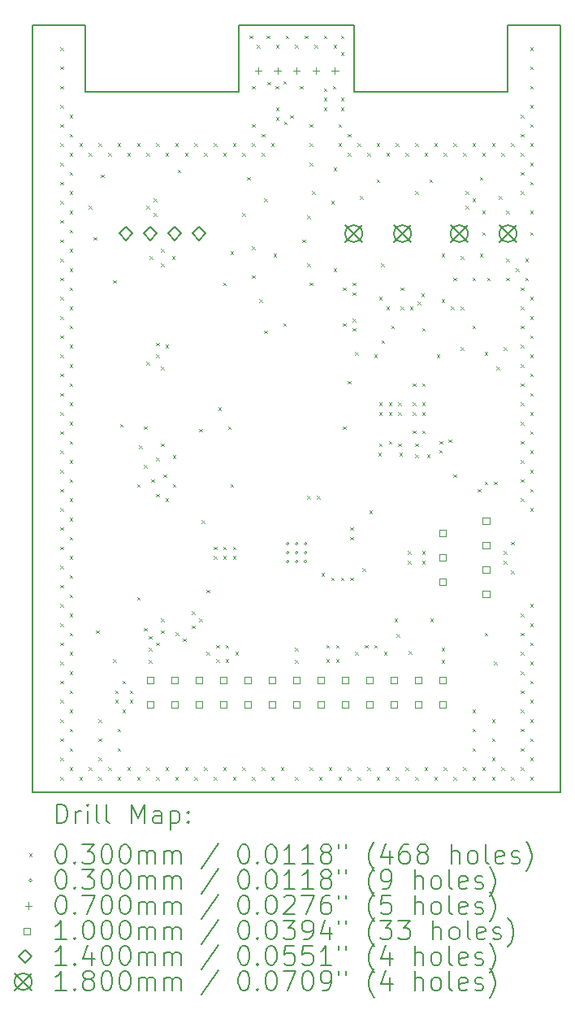
<source format=gbr>
%TF.GenerationSoftware,KiCad,Pcbnew,6.0.11-3.fc37*%
%TF.CreationDate,2023-08-14T12:31:07+01:00*%
%TF.ProjectId,kitchen-led-strips,6b697463-6865-46e2-9d6c-65642d737472,1.0*%
%TF.SameCoordinates,Original*%
%TF.FileFunction,Drillmap*%
%TF.FilePolarity,Positive*%
%FSLAX45Y45*%
G04 Gerber Fmt 4.5, Leading zero omitted, Abs format (unit mm)*
G04 Created by KiCad (PCBNEW 6.0.11-3.fc37) date 2023-08-14 12:31:07*
%MOMM*%
%LPD*%
G01*
G04 APERTURE LIST*
%ADD10C,0.200000*%
%ADD11C,0.030000*%
%ADD12C,0.070000*%
%ADD13C,0.100000*%
%ADD14C,0.140000*%
%ADD15C,0.180000*%
G04 APERTURE END LIST*
D10*
X17800000Y-10700000D02*
X19400000Y-10700000D01*
X19400000Y-10000000D01*
X20600000Y-10000000D01*
X20600000Y-10700000D01*
X22200000Y-10700000D01*
X22200000Y-10000000D01*
X22750000Y-10000000D01*
X22750000Y-18000000D01*
X17250000Y-18000000D01*
X17250000Y-10000000D01*
X17800000Y-10000000D01*
X17800000Y-10700000D01*
D11*
X17535000Y-10235000D02*
X17565000Y-10265000D01*
X17565000Y-10235000D02*
X17535000Y-10265000D01*
X17535000Y-10435000D02*
X17565000Y-10465000D01*
X17565000Y-10435000D02*
X17535000Y-10465000D01*
X17535000Y-10635000D02*
X17565000Y-10665000D01*
X17565000Y-10635000D02*
X17535000Y-10665000D01*
X17535000Y-10835000D02*
X17565000Y-10865000D01*
X17565000Y-10835000D02*
X17535000Y-10865000D01*
X17535000Y-11035000D02*
X17565000Y-11065000D01*
X17565000Y-11035000D02*
X17535000Y-11065000D01*
X17535000Y-11235000D02*
X17565000Y-11265000D01*
X17565000Y-11235000D02*
X17535000Y-11265000D01*
X17535000Y-11435000D02*
X17565000Y-11465000D01*
X17565000Y-11435000D02*
X17535000Y-11465000D01*
X17535000Y-11635000D02*
X17565000Y-11665000D01*
X17565000Y-11635000D02*
X17535000Y-11665000D01*
X17535000Y-11835000D02*
X17565000Y-11865000D01*
X17565000Y-11835000D02*
X17535000Y-11865000D01*
X17535000Y-12035000D02*
X17565000Y-12065000D01*
X17565000Y-12035000D02*
X17535000Y-12065000D01*
X17535000Y-12235000D02*
X17565000Y-12265000D01*
X17565000Y-12235000D02*
X17535000Y-12265000D01*
X17535000Y-12435000D02*
X17565000Y-12465000D01*
X17565000Y-12435000D02*
X17535000Y-12465000D01*
X17535000Y-12635000D02*
X17565000Y-12665000D01*
X17565000Y-12635000D02*
X17535000Y-12665000D01*
X17535000Y-12835000D02*
X17565000Y-12865000D01*
X17565000Y-12835000D02*
X17535000Y-12865000D01*
X17535000Y-13035000D02*
X17565000Y-13065000D01*
X17565000Y-13035000D02*
X17535000Y-13065000D01*
X17535000Y-13235000D02*
X17565000Y-13265000D01*
X17565000Y-13235000D02*
X17535000Y-13265000D01*
X17535000Y-13435000D02*
X17565000Y-13465000D01*
X17565000Y-13435000D02*
X17535000Y-13465000D01*
X17535000Y-13635000D02*
X17565000Y-13665000D01*
X17565000Y-13635000D02*
X17535000Y-13665000D01*
X17535000Y-13835000D02*
X17565000Y-13865000D01*
X17565000Y-13835000D02*
X17535000Y-13865000D01*
X17535000Y-14035000D02*
X17565000Y-14065000D01*
X17565000Y-14035000D02*
X17535000Y-14065000D01*
X17535000Y-14235000D02*
X17565000Y-14265000D01*
X17565000Y-14235000D02*
X17535000Y-14265000D01*
X17535000Y-14435000D02*
X17565000Y-14465000D01*
X17565000Y-14435000D02*
X17535000Y-14465000D01*
X17535000Y-14635000D02*
X17565000Y-14665000D01*
X17565000Y-14635000D02*
X17535000Y-14665000D01*
X17535000Y-14835000D02*
X17565000Y-14865000D01*
X17565000Y-14835000D02*
X17535000Y-14865000D01*
X17535000Y-15035000D02*
X17565000Y-15065000D01*
X17565000Y-15035000D02*
X17535000Y-15065000D01*
X17535000Y-15235000D02*
X17565000Y-15265000D01*
X17565000Y-15235000D02*
X17535000Y-15265000D01*
X17535000Y-15435000D02*
X17565000Y-15465000D01*
X17565000Y-15435000D02*
X17535000Y-15465000D01*
X17535000Y-15635000D02*
X17565000Y-15665000D01*
X17565000Y-15635000D02*
X17535000Y-15665000D01*
X17535000Y-15835000D02*
X17565000Y-15865000D01*
X17565000Y-15835000D02*
X17535000Y-15865000D01*
X17535000Y-16035000D02*
X17565000Y-16065000D01*
X17565000Y-16035000D02*
X17535000Y-16065000D01*
X17535000Y-16235000D02*
X17565000Y-16265000D01*
X17565000Y-16235000D02*
X17535000Y-16265000D01*
X17535000Y-16435000D02*
X17565000Y-16465000D01*
X17565000Y-16435000D02*
X17535000Y-16465000D01*
X17535000Y-16635000D02*
X17565000Y-16665000D01*
X17565000Y-16635000D02*
X17535000Y-16665000D01*
X17535000Y-16835000D02*
X17565000Y-16865000D01*
X17565000Y-16835000D02*
X17535000Y-16865000D01*
X17535000Y-17035000D02*
X17565000Y-17065000D01*
X17565000Y-17035000D02*
X17535000Y-17065000D01*
X17535000Y-17235000D02*
X17565000Y-17265000D01*
X17565000Y-17235000D02*
X17535000Y-17265000D01*
X17535000Y-17435000D02*
X17565000Y-17465000D01*
X17565000Y-17435000D02*
X17535000Y-17465000D01*
X17535000Y-17635000D02*
X17565000Y-17665000D01*
X17565000Y-17635000D02*
X17535000Y-17665000D01*
X17535000Y-17835000D02*
X17565000Y-17865000D01*
X17565000Y-17835000D02*
X17535000Y-17865000D01*
X17635000Y-10935000D02*
X17665000Y-10965000D01*
X17665000Y-10935000D02*
X17635000Y-10965000D01*
X17635000Y-11135000D02*
X17665000Y-11165000D01*
X17665000Y-11135000D02*
X17635000Y-11165000D01*
X17635000Y-11335000D02*
X17665000Y-11365000D01*
X17665000Y-11335000D02*
X17635000Y-11365000D01*
X17635000Y-11535000D02*
X17665000Y-11565000D01*
X17665000Y-11535000D02*
X17635000Y-11565000D01*
X17635000Y-11735000D02*
X17665000Y-11765000D01*
X17665000Y-11735000D02*
X17635000Y-11765000D01*
X17635000Y-11935000D02*
X17665000Y-11965000D01*
X17665000Y-11935000D02*
X17635000Y-11965000D01*
X17635000Y-12135000D02*
X17665000Y-12165000D01*
X17665000Y-12135000D02*
X17635000Y-12165000D01*
X17635000Y-12335000D02*
X17665000Y-12365000D01*
X17665000Y-12335000D02*
X17635000Y-12365000D01*
X17635000Y-12535000D02*
X17665000Y-12565000D01*
X17665000Y-12535000D02*
X17635000Y-12565000D01*
X17635000Y-12735000D02*
X17665000Y-12765000D01*
X17665000Y-12735000D02*
X17635000Y-12765000D01*
X17635000Y-12935000D02*
X17665000Y-12965000D01*
X17665000Y-12935000D02*
X17635000Y-12965000D01*
X17635000Y-13135000D02*
X17665000Y-13165000D01*
X17665000Y-13135000D02*
X17635000Y-13165000D01*
X17635000Y-13335000D02*
X17665000Y-13365000D01*
X17665000Y-13335000D02*
X17635000Y-13365000D01*
X17635000Y-13535000D02*
X17665000Y-13565000D01*
X17665000Y-13535000D02*
X17635000Y-13565000D01*
X17635000Y-13735000D02*
X17665000Y-13765000D01*
X17665000Y-13735000D02*
X17635000Y-13765000D01*
X17635000Y-13935000D02*
X17665000Y-13965000D01*
X17665000Y-13935000D02*
X17635000Y-13965000D01*
X17635000Y-14135000D02*
X17665000Y-14165000D01*
X17665000Y-14135000D02*
X17635000Y-14165000D01*
X17635000Y-14335000D02*
X17665000Y-14365000D01*
X17665000Y-14335000D02*
X17635000Y-14365000D01*
X17635000Y-14535000D02*
X17665000Y-14565000D01*
X17665000Y-14535000D02*
X17635000Y-14565000D01*
X17635000Y-14735000D02*
X17665000Y-14765000D01*
X17665000Y-14735000D02*
X17635000Y-14765000D01*
X17635000Y-14935000D02*
X17665000Y-14965000D01*
X17665000Y-14935000D02*
X17635000Y-14965000D01*
X17635000Y-15135000D02*
X17665000Y-15165000D01*
X17665000Y-15135000D02*
X17635000Y-15165000D01*
X17635000Y-15335000D02*
X17665000Y-15365000D01*
X17665000Y-15335000D02*
X17635000Y-15365000D01*
X17635000Y-15535000D02*
X17665000Y-15565000D01*
X17665000Y-15535000D02*
X17635000Y-15565000D01*
X17635000Y-15735000D02*
X17665000Y-15765000D01*
X17665000Y-15735000D02*
X17635000Y-15765000D01*
X17635000Y-15935000D02*
X17665000Y-15965000D01*
X17665000Y-15935000D02*
X17635000Y-15965000D01*
X17635000Y-16135000D02*
X17665000Y-16165000D01*
X17665000Y-16135000D02*
X17635000Y-16165000D01*
X17635000Y-16335000D02*
X17665000Y-16365000D01*
X17665000Y-16335000D02*
X17635000Y-16365000D01*
X17635000Y-16535000D02*
X17665000Y-16565000D01*
X17665000Y-16535000D02*
X17635000Y-16565000D01*
X17635000Y-16735000D02*
X17665000Y-16765000D01*
X17665000Y-16735000D02*
X17635000Y-16765000D01*
X17635000Y-16935000D02*
X17665000Y-16965000D01*
X17665000Y-16935000D02*
X17635000Y-16965000D01*
X17635000Y-17135000D02*
X17665000Y-17165000D01*
X17665000Y-17135000D02*
X17635000Y-17165000D01*
X17635000Y-17335000D02*
X17665000Y-17365000D01*
X17665000Y-17335000D02*
X17635000Y-17365000D01*
X17635000Y-17535000D02*
X17665000Y-17565000D01*
X17665000Y-17535000D02*
X17635000Y-17565000D01*
X17635000Y-17735000D02*
X17665000Y-17765000D01*
X17665000Y-17735000D02*
X17635000Y-17765000D01*
X17735000Y-11235000D02*
X17765000Y-11265000D01*
X17765000Y-11235000D02*
X17735000Y-11265000D01*
X17735000Y-17835000D02*
X17765000Y-17865000D01*
X17765000Y-17835000D02*
X17735000Y-17865000D01*
X17835000Y-11335000D02*
X17865000Y-11365000D01*
X17865000Y-11335000D02*
X17835000Y-11365000D01*
X17835000Y-11885000D02*
X17865000Y-11915000D01*
X17865000Y-11885000D02*
X17835000Y-11915000D01*
X17835000Y-17735000D02*
X17865000Y-17765000D01*
X17865000Y-17735000D02*
X17835000Y-17765000D01*
X17885000Y-12210000D02*
X17915000Y-12240000D01*
X17915000Y-12210000D02*
X17885000Y-12240000D01*
X17910000Y-16310000D02*
X17940000Y-16340000D01*
X17940000Y-16310000D02*
X17910000Y-16340000D01*
X17935000Y-11235000D02*
X17965000Y-11265000D01*
X17965000Y-11235000D02*
X17935000Y-11265000D01*
X17935000Y-17235000D02*
X17965000Y-17265000D01*
X17965000Y-17235000D02*
X17935000Y-17265000D01*
X17935000Y-17435000D02*
X17965000Y-17465000D01*
X17965000Y-17435000D02*
X17935000Y-17465000D01*
X17935000Y-17635000D02*
X17965000Y-17665000D01*
X17965000Y-17635000D02*
X17935000Y-17665000D01*
X17935000Y-17835000D02*
X17965000Y-17865000D01*
X17965000Y-17835000D02*
X17935000Y-17865000D01*
X17960000Y-11560000D02*
X17990000Y-11590000D01*
X17990000Y-11560000D02*
X17960000Y-11590000D01*
X18035000Y-11335000D02*
X18065000Y-11365000D01*
X18065000Y-11335000D02*
X18035000Y-11365000D01*
X18035000Y-17735000D02*
X18065000Y-17765000D01*
X18065000Y-17735000D02*
X18035000Y-17765000D01*
X18085000Y-12660000D02*
X18115000Y-12690000D01*
X18115000Y-12660000D02*
X18085000Y-12690000D01*
X18085000Y-16610000D02*
X18115000Y-16640000D01*
X18115000Y-16610000D02*
X18085000Y-16640000D01*
X18110000Y-16935000D02*
X18140000Y-16965000D01*
X18140000Y-16935000D02*
X18110000Y-16965000D01*
X18110000Y-17035000D02*
X18140000Y-17065000D01*
X18140000Y-17035000D02*
X18110000Y-17065000D01*
X18135000Y-11235000D02*
X18165000Y-11265000D01*
X18165000Y-11235000D02*
X18135000Y-11265000D01*
X18135000Y-17335000D02*
X18165000Y-17365000D01*
X18165000Y-17335000D02*
X18135000Y-17365000D01*
X18135000Y-17535000D02*
X18165000Y-17565000D01*
X18165000Y-17535000D02*
X18135000Y-17565000D01*
X18135000Y-17835000D02*
X18165000Y-17865000D01*
X18165000Y-17835000D02*
X18135000Y-17865000D01*
X18160000Y-14160000D02*
X18190000Y-14190000D01*
X18190000Y-14160000D02*
X18160000Y-14190000D01*
X18185000Y-16835000D02*
X18215000Y-16865000D01*
X18215000Y-16835000D02*
X18185000Y-16865000D01*
X18185000Y-17135000D02*
X18215000Y-17165000D01*
X18215000Y-17135000D02*
X18185000Y-17165000D01*
X18235000Y-11335000D02*
X18265000Y-11365000D01*
X18265000Y-11335000D02*
X18235000Y-11365000D01*
X18235000Y-17735000D02*
X18265000Y-17765000D01*
X18265000Y-17735000D02*
X18235000Y-17765000D01*
X18260000Y-16935000D02*
X18290000Y-16965000D01*
X18290000Y-16935000D02*
X18260000Y-16965000D01*
X18260000Y-17035000D02*
X18290000Y-17065000D01*
X18290000Y-17035000D02*
X18260000Y-17065000D01*
X18335000Y-11235000D02*
X18365000Y-11265000D01*
X18365000Y-11235000D02*
X18335000Y-11265000D01*
X18335000Y-14785000D02*
X18365000Y-14815000D01*
X18365000Y-14785000D02*
X18335000Y-14815000D01*
X18335000Y-15960000D02*
X18365000Y-15990000D01*
X18365000Y-15960000D02*
X18335000Y-15990000D01*
X18335000Y-17835000D02*
X18365000Y-17865000D01*
X18365000Y-17835000D02*
X18335000Y-17865000D01*
X18360000Y-14385000D02*
X18390000Y-14415000D01*
X18390000Y-14385000D02*
X18360000Y-14415000D01*
X18410000Y-14185000D02*
X18440000Y-14215000D01*
X18440000Y-14185000D02*
X18410000Y-14215000D01*
X18410000Y-14585000D02*
X18440000Y-14615000D01*
X18440000Y-14585000D02*
X18410000Y-14615000D01*
X18410000Y-16285000D02*
X18440000Y-16315000D01*
X18440000Y-16285000D02*
X18410000Y-16315000D01*
X18435000Y-11335000D02*
X18465000Y-11365000D01*
X18465000Y-11335000D02*
X18435000Y-11365000D01*
X18435000Y-11885000D02*
X18465000Y-11915000D01*
X18465000Y-11885000D02*
X18435000Y-11915000D01*
X18435000Y-13510000D02*
X18465000Y-13540000D01*
X18465000Y-13510000D02*
X18435000Y-13540000D01*
X18435000Y-17735000D02*
X18465000Y-17765000D01*
X18465000Y-17735000D02*
X18435000Y-17765000D01*
X18460000Y-16370000D02*
X18490000Y-16400000D01*
X18490000Y-16370000D02*
X18460000Y-16400000D01*
X18460000Y-16490000D02*
X18490000Y-16520000D01*
X18490000Y-16490000D02*
X18460000Y-16520000D01*
X18460000Y-16620000D02*
X18490000Y-16650000D01*
X18490000Y-16620000D02*
X18460000Y-16650000D01*
X18470000Y-12410000D02*
X18500000Y-12440000D01*
X18500000Y-12410000D02*
X18470000Y-12440000D01*
X18485000Y-14735000D02*
X18515000Y-14765000D01*
X18515000Y-14735000D02*
X18485000Y-14765000D01*
X18510000Y-11810000D02*
X18540000Y-11840000D01*
X18540000Y-11810000D02*
X18510000Y-11840000D01*
X18510000Y-11960000D02*
X18540000Y-11990000D01*
X18540000Y-11960000D02*
X18510000Y-11990000D01*
X18535000Y-11235000D02*
X18565000Y-11265000D01*
X18565000Y-11235000D02*
X18535000Y-11265000D01*
X18535000Y-13310000D02*
X18565000Y-13340000D01*
X18565000Y-13310000D02*
X18535000Y-13340000D01*
X18535000Y-13435000D02*
X18565000Y-13465000D01*
X18565000Y-13435000D02*
X18535000Y-13465000D01*
X18535000Y-14510000D02*
X18565000Y-14540000D01*
X18565000Y-14510000D02*
X18535000Y-14540000D01*
X18535000Y-14885000D02*
X18565000Y-14915000D01*
X18565000Y-14885000D02*
X18535000Y-14915000D01*
X18535000Y-16435000D02*
X18565000Y-16465000D01*
X18565000Y-16435000D02*
X18535000Y-16465000D01*
X18535000Y-17835000D02*
X18565000Y-17865000D01*
X18565000Y-17835000D02*
X18535000Y-17865000D01*
X18585000Y-12335000D02*
X18615000Y-12365000D01*
X18615000Y-12335000D02*
X18585000Y-12365000D01*
X18585000Y-12485000D02*
X18615000Y-12515000D01*
X18615000Y-12485000D02*
X18585000Y-12515000D01*
X18585000Y-13560000D02*
X18615000Y-13590000D01*
X18615000Y-13560000D02*
X18585000Y-13590000D01*
X18585000Y-14360000D02*
X18615000Y-14390000D01*
X18615000Y-14360000D02*
X18585000Y-14390000D01*
X18585000Y-16185000D02*
X18615000Y-16215000D01*
X18615000Y-16185000D02*
X18585000Y-16215000D01*
X18585000Y-16310000D02*
X18615000Y-16340000D01*
X18615000Y-16310000D02*
X18585000Y-16340000D01*
X18610000Y-14685000D02*
X18640000Y-14715000D01*
X18640000Y-14685000D02*
X18610000Y-14715000D01*
X18635000Y-11335000D02*
X18665000Y-11365000D01*
X18665000Y-11335000D02*
X18635000Y-11365000D01*
X18635000Y-13335000D02*
X18665000Y-13365000D01*
X18665000Y-13335000D02*
X18635000Y-13365000D01*
X18635000Y-14935000D02*
X18665000Y-14965000D01*
X18665000Y-14935000D02*
X18635000Y-14965000D01*
X18635000Y-17735000D02*
X18665000Y-17765000D01*
X18665000Y-17735000D02*
X18635000Y-17765000D01*
X18700000Y-12410000D02*
X18730000Y-12440000D01*
X18730000Y-12410000D02*
X18700000Y-12440000D01*
X18710000Y-14485000D02*
X18740000Y-14515000D01*
X18740000Y-14485000D02*
X18710000Y-14515000D01*
X18710000Y-14785000D02*
X18740000Y-14815000D01*
X18740000Y-14785000D02*
X18710000Y-14815000D01*
X18735000Y-11235000D02*
X18765000Y-11265000D01*
X18765000Y-11235000D02*
X18735000Y-11265000D01*
X18735000Y-17835000D02*
X18765000Y-17865000D01*
X18765000Y-17835000D02*
X18735000Y-17865000D01*
X18740000Y-16330000D02*
X18770000Y-16360000D01*
X18770000Y-16330000D02*
X18740000Y-16360000D01*
X18760000Y-11510000D02*
X18790000Y-11540000D01*
X18790000Y-11510000D02*
X18760000Y-11540000D01*
X18815000Y-16395000D02*
X18845000Y-16425000D01*
X18845000Y-16395000D02*
X18815000Y-16425000D01*
X18835000Y-11335000D02*
X18865000Y-11365000D01*
X18865000Y-11335000D02*
X18835000Y-11365000D01*
X18835000Y-17735000D02*
X18865000Y-17765000D01*
X18865000Y-17735000D02*
X18835000Y-17765000D01*
X18910000Y-16110000D02*
X18940000Y-16140000D01*
X18940000Y-16110000D02*
X18910000Y-16140000D01*
X18910000Y-16260000D02*
X18940000Y-16290000D01*
X18940000Y-16260000D02*
X18910000Y-16290000D01*
X18935000Y-11235000D02*
X18965000Y-11265000D01*
X18965000Y-11235000D02*
X18935000Y-11265000D01*
X18935000Y-17835000D02*
X18965000Y-17865000D01*
X18965000Y-17835000D02*
X18935000Y-17865000D01*
X18985000Y-14210000D02*
X19015000Y-14240000D01*
X19015000Y-14210000D02*
X18985000Y-14240000D01*
X18985000Y-16185000D02*
X19015000Y-16215000D01*
X19015000Y-16185000D02*
X18985000Y-16215000D01*
X19010000Y-15160000D02*
X19040000Y-15190000D01*
X19040000Y-15160000D02*
X19010000Y-15190000D01*
X19035000Y-11335000D02*
X19065000Y-11365000D01*
X19065000Y-11335000D02*
X19035000Y-11365000D01*
X19035000Y-17735000D02*
X19065000Y-17765000D01*
X19065000Y-17735000D02*
X19035000Y-17765000D01*
X19060000Y-15885000D02*
X19090000Y-15915000D01*
X19090000Y-15885000D02*
X19060000Y-15915000D01*
X19060000Y-16535000D02*
X19090000Y-16565000D01*
X19090000Y-16535000D02*
X19060000Y-16565000D01*
X19135000Y-11235000D02*
X19165000Y-11265000D01*
X19165000Y-11235000D02*
X19135000Y-11265000D01*
X19135000Y-15435000D02*
X19165000Y-15465000D01*
X19165000Y-15435000D02*
X19135000Y-15465000D01*
X19135000Y-15535000D02*
X19165000Y-15565000D01*
X19165000Y-15535000D02*
X19135000Y-15565000D01*
X19135000Y-17835000D02*
X19165000Y-17865000D01*
X19165000Y-17835000D02*
X19135000Y-17865000D01*
X19160000Y-16460000D02*
X19190000Y-16490000D01*
X19190000Y-16460000D02*
X19160000Y-16490000D01*
X19160000Y-16610000D02*
X19190000Y-16640000D01*
X19190000Y-16610000D02*
X19160000Y-16640000D01*
X19185000Y-13985000D02*
X19215000Y-14015000D01*
X19215000Y-13985000D02*
X19185000Y-14015000D01*
X19235000Y-11335000D02*
X19265000Y-11365000D01*
X19265000Y-11335000D02*
X19235000Y-11365000D01*
X19235000Y-12685000D02*
X19265000Y-12715000D01*
X19265000Y-12685000D02*
X19235000Y-12715000D01*
X19235000Y-15435000D02*
X19265000Y-15465000D01*
X19265000Y-15435000D02*
X19235000Y-15465000D01*
X19235000Y-15535000D02*
X19265000Y-15565000D01*
X19265000Y-15535000D02*
X19235000Y-15565000D01*
X19235000Y-17735000D02*
X19265000Y-17765000D01*
X19265000Y-17735000D02*
X19235000Y-17765000D01*
X19260000Y-16460000D02*
X19290000Y-16490000D01*
X19290000Y-16460000D02*
X19260000Y-16490000D01*
X19260000Y-16610000D02*
X19290000Y-16640000D01*
X19290000Y-16610000D02*
X19260000Y-16640000D01*
X19285000Y-14185000D02*
X19315000Y-14215000D01*
X19315000Y-14185000D02*
X19285000Y-14215000D01*
X19310000Y-12360000D02*
X19340000Y-12390000D01*
X19340000Y-12360000D02*
X19310000Y-12390000D01*
X19310000Y-14785000D02*
X19340000Y-14815000D01*
X19340000Y-14785000D02*
X19310000Y-14815000D01*
X19335000Y-11235000D02*
X19365000Y-11265000D01*
X19365000Y-11235000D02*
X19335000Y-11265000D01*
X19335000Y-15435000D02*
X19365000Y-15465000D01*
X19365000Y-15435000D02*
X19335000Y-15465000D01*
X19335000Y-15535000D02*
X19365000Y-15565000D01*
X19365000Y-15535000D02*
X19335000Y-15565000D01*
X19335000Y-17835000D02*
X19365000Y-17865000D01*
X19365000Y-17835000D02*
X19335000Y-17865000D01*
X19360000Y-16535000D02*
X19390000Y-16565000D01*
X19390000Y-16535000D02*
X19360000Y-16565000D01*
X19435000Y-11335000D02*
X19465000Y-11365000D01*
X19465000Y-11335000D02*
X19435000Y-11365000D01*
X19435000Y-11960000D02*
X19465000Y-11990000D01*
X19465000Y-11960000D02*
X19435000Y-11990000D01*
X19435000Y-17735000D02*
X19465000Y-17765000D01*
X19465000Y-17735000D02*
X19435000Y-17765000D01*
X19485000Y-11585000D02*
X19515000Y-11615000D01*
X19515000Y-11585000D02*
X19485000Y-11615000D01*
X19510000Y-10110000D02*
X19540000Y-10140000D01*
X19540000Y-10110000D02*
X19510000Y-10140000D01*
X19535000Y-10635000D02*
X19565000Y-10665000D01*
X19565000Y-10635000D02*
X19535000Y-10665000D01*
X19535000Y-11035000D02*
X19565000Y-11065000D01*
X19565000Y-11035000D02*
X19535000Y-11065000D01*
X19535000Y-11235000D02*
X19565000Y-11265000D01*
X19565000Y-11235000D02*
X19535000Y-11265000D01*
X19535000Y-12310000D02*
X19565000Y-12340000D01*
X19565000Y-12310000D02*
X19535000Y-12340000D01*
X19535000Y-12610000D02*
X19565000Y-12640000D01*
X19565000Y-12610000D02*
X19535000Y-12640000D01*
X19535000Y-17835000D02*
X19565000Y-17865000D01*
X19565000Y-17835000D02*
X19535000Y-17865000D01*
X19585000Y-10210000D02*
X19615000Y-10240000D01*
X19615000Y-10210000D02*
X19585000Y-10240000D01*
X19610000Y-12860000D02*
X19640000Y-12890000D01*
X19640000Y-12860000D02*
X19610000Y-12890000D01*
X19635000Y-11135000D02*
X19665000Y-11165000D01*
X19665000Y-11135000D02*
X19635000Y-11165000D01*
X19635000Y-11335000D02*
X19665000Y-11365000D01*
X19665000Y-11335000D02*
X19635000Y-11365000D01*
X19635000Y-17735000D02*
X19665000Y-17765000D01*
X19665000Y-17735000D02*
X19635000Y-17765000D01*
X19660000Y-11810000D02*
X19690000Y-11840000D01*
X19690000Y-11810000D02*
X19660000Y-11840000D01*
X19660000Y-13185000D02*
X19690000Y-13215000D01*
X19690000Y-13185000D02*
X19660000Y-13215000D01*
X19685000Y-10110000D02*
X19715000Y-10140000D01*
X19715000Y-10110000D02*
X19685000Y-10140000D01*
X19695000Y-10595000D02*
X19725000Y-10625000D01*
X19725000Y-10595000D02*
X19695000Y-10625000D01*
X19735000Y-11235000D02*
X19765000Y-11265000D01*
X19765000Y-11235000D02*
X19735000Y-11265000D01*
X19735000Y-17835000D02*
X19765000Y-17865000D01*
X19765000Y-17835000D02*
X19735000Y-17865000D01*
X19760000Y-12385000D02*
X19790000Y-12415000D01*
X19790000Y-12385000D02*
X19760000Y-12415000D01*
X19780000Y-10635000D02*
X19810000Y-10665000D01*
X19810000Y-10635000D02*
X19780000Y-10665000D01*
X19785000Y-10210000D02*
X19815000Y-10240000D01*
X19815000Y-10210000D02*
X19785000Y-10240000D01*
X19785000Y-10860000D02*
X19815000Y-10890000D01*
X19815000Y-10860000D02*
X19785000Y-10890000D01*
X19785000Y-10960000D02*
X19815000Y-10990000D01*
X19815000Y-10960000D02*
X19785000Y-10990000D01*
X19835000Y-17735000D02*
X19865000Y-17765000D01*
X19865000Y-17735000D02*
X19835000Y-17765000D01*
X19860000Y-10585000D02*
X19890000Y-10615000D01*
X19890000Y-10585000D02*
X19860000Y-10615000D01*
X19860000Y-13110000D02*
X19890000Y-13140000D01*
X19890000Y-13110000D02*
X19860000Y-13140000D01*
X19870000Y-11010000D02*
X19900000Y-11040000D01*
X19900000Y-11010000D02*
X19870000Y-11040000D01*
X19885000Y-10110000D02*
X19915000Y-10140000D01*
X19915000Y-10110000D02*
X19885000Y-10140000D01*
X19935000Y-10940000D02*
X19965000Y-10970000D01*
X19965000Y-10940000D02*
X19935000Y-10970000D01*
X19985000Y-10210000D02*
X20015000Y-10240000D01*
X20015000Y-10210000D02*
X19985000Y-10240000D01*
X19985000Y-16490000D02*
X20015000Y-16520000D01*
X20015000Y-16490000D02*
X19985000Y-16520000D01*
X19985000Y-16620000D02*
X20015000Y-16650000D01*
X20015000Y-16620000D02*
X19985000Y-16650000D01*
X19985000Y-17835000D02*
X20015000Y-17865000D01*
X20015000Y-17835000D02*
X19985000Y-17865000D01*
X20035000Y-10635000D02*
X20065000Y-10665000D01*
X20065000Y-10635000D02*
X20035000Y-10665000D01*
X20060000Y-12235000D02*
X20090000Y-12265000D01*
X20090000Y-12235000D02*
X20060000Y-12265000D01*
X20085000Y-10110000D02*
X20115000Y-10140000D01*
X20115000Y-10110000D02*
X20085000Y-10140000D01*
X20110000Y-11985000D02*
X20140000Y-12015000D01*
X20140000Y-11985000D02*
X20110000Y-12015000D01*
X20110000Y-12485000D02*
X20140000Y-12515000D01*
X20140000Y-12485000D02*
X20110000Y-12515000D01*
X20110000Y-14910000D02*
X20140000Y-14940000D01*
X20140000Y-14910000D02*
X20110000Y-14940000D01*
X20135000Y-11035000D02*
X20165000Y-11065000D01*
X20165000Y-11035000D02*
X20135000Y-11065000D01*
X20135000Y-11235000D02*
X20165000Y-11265000D01*
X20165000Y-11235000D02*
X20135000Y-11265000D01*
X20135000Y-11435000D02*
X20165000Y-11465000D01*
X20165000Y-11435000D02*
X20135000Y-11465000D01*
X20135000Y-12685000D02*
X20165000Y-12715000D01*
X20165000Y-12685000D02*
X20135000Y-12715000D01*
X20135000Y-17735000D02*
X20165000Y-17765000D01*
X20165000Y-17735000D02*
X20135000Y-17765000D01*
X20160000Y-11735000D02*
X20190000Y-11765000D01*
X20190000Y-11735000D02*
X20160000Y-11765000D01*
X20185000Y-10210000D02*
X20215000Y-10240000D01*
X20215000Y-10210000D02*
X20185000Y-10240000D01*
X20210000Y-14910000D02*
X20240000Y-14940000D01*
X20240000Y-14910000D02*
X20210000Y-14940000D01*
X20235000Y-17835000D02*
X20265000Y-17865000D01*
X20265000Y-17835000D02*
X20235000Y-17865000D01*
X20260000Y-15710000D02*
X20290000Y-15740000D01*
X20290000Y-15710000D02*
X20260000Y-15740000D01*
X20285000Y-10110000D02*
X20315000Y-10140000D01*
X20315000Y-10110000D02*
X20285000Y-10140000D01*
X20285000Y-10660000D02*
X20315000Y-10690000D01*
X20315000Y-10660000D02*
X20285000Y-10690000D01*
X20285000Y-10760000D02*
X20315000Y-10790000D01*
X20315000Y-10760000D02*
X20285000Y-10790000D01*
X20285000Y-10860000D02*
X20315000Y-10890000D01*
X20315000Y-10860000D02*
X20285000Y-10890000D01*
X20310000Y-16460000D02*
X20340000Y-16490000D01*
X20340000Y-16460000D02*
X20310000Y-16490000D01*
X20310000Y-16610000D02*
X20340000Y-16640000D01*
X20340000Y-16610000D02*
X20310000Y-16640000D01*
X20335000Y-17735000D02*
X20365000Y-17765000D01*
X20365000Y-17735000D02*
X20335000Y-17765000D01*
X20360000Y-11835000D02*
X20390000Y-11865000D01*
X20390000Y-11835000D02*
X20360000Y-11865000D01*
X20361000Y-15760000D02*
X20391000Y-15790000D01*
X20391000Y-15760000D02*
X20361000Y-15790000D01*
X20376000Y-10635000D02*
X20406000Y-10665000D01*
X20406000Y-10635000D02*
X20376000Y-10665000D01*
X20385000Y-10210000D02*
X20415000Y-10240000D01*
X20415000Y-10210000D02*
X20385000Y-10240000D01*
X20385000Y-11485000D02*
X20415000Y-11515000D01*
X20415000Y-11485000D02*
X20385000Y-11515000D01*
X20385000Y-12535000D02*
X20415000Y-12565000D01*
X20415000Y-12535000D02*
X20385000Y-12565000D01*
X20410000Y-16460000D02*
X20440000Y-16490000D01*
X20440000Y-16460000D02*
X20410000Y-16490000D01*
X20410000Y-16610000D02*
X20440000Y-16640000D01*
X20440000Y-16610000D02*
X20410000Y-16640000D01*
X20435000Y-11035000D02*
X20465000Y-11065000D01*
X20465000Y-11035000D02*
X20435000Y-11065000D01*
X20435000Y-11235000D02*
X20465000Y-11265000D01*
X20465000Y-11235000D02*
X20435000Y-11265000D01*
X20435000Y-17835000D02*
X20465000Y-17865000D01*
X20465000Y-17835000D02*
X20435000Y-17865000D01*
X20460000Y-10110000D02*
X20490000Y-10140000D01*
X20490000Y-10110000D02*
X20460000Y-10140000D01*
X20460000Y-10285000D02*
X20490000Y-10315000D01*
X20490000Y-10285000D02*
X20460000Y-10315000D01*
X20460000Y-10760000D02*
X20490000Y-10790000D01*
X20490000Y-10760000D02*
X20460000Y-10790000D01*
X20460000Y-10860000D02*
X20490000Y-10890000D01*
X20490000Y-10860000D02*
X20460000Y-10890000D01*
X20461000Y-15760000D02*
X20491000Y-15790000D01*
X20491000Y-15760000D02*
X20461000Y-15790000D01*
X20485000Y-12735000D02*
X20515000Y-12765000D01*
X20515000Y-12735000D02*
X20485000Y-12765000D01*
X20485000Y-13110000D02*
X20515000Y-13140000D01*
X20515000Y-13110000D02*
X20485000Y-13140000D01*
X20485000Y-14185000D02*
X20515000Y-14215000D01*
X20515000Y-14185000D02*
X20485000Y-14215000D01*
X20535000Y-11135000D02*
X20565000Y-11165000D01*
X20565000Y-11135000D02*
X20535000Y-11165000D01*
X20535000Y-11335000D02*
X20565000Y-11365000D01*
X20565000Y-11335000D02*
X20535000Y-11365000D01*
X20535000Y-13710000D02*
X20565000Y-13740000D01*
X20565000Y-13710000D02*
X20535000Y-13740000D01*
X20535000Y-17735000D02*
X20565000Y-17765000D01*
X20565000Y-17735000D02*
X20535000Y-17765000D01*
X20560000Y-15235000D02*
X20590000Y-15265000D01*
X20590000Y-15235000D02*
X20560000Y-15265000D01*
X20560000Y-15335000D02*
X20590000Y-15365000D01*
X20590000Y-15335000D02*
X20560000Y-15365000D01*
X20560000Y-15760000D02*
X20590000Y-15790000D01*
X20590000Y-15760000D02*
X20560000Y-15790000D01*
X20585000Y-12685000D02*
X20615000Y-12715000D01*
X20615000Y-12685000D02*
X20585000Y-12715000D01*
X20585000Y-12785000D02*
X20615000Y-12815000D01*
X20615000Y-12785000D02*
X20585000Y-12815000D01*
X20585000Y-13060000D02*
X20615000Y-13090000D01*
X20615000Y-13060000D02*
X20585000Y-13090000D01*
X20585000Y-13160000D02*
X20615000Y-13190000D01*
X20615000Y-13160000D02*
X20585000Y-13190000D01*
X20610000Y-13410000D02*
X20640000Y-13440000D01*
X20640000Y-13410000D02*
X20610000Y-13440000D01*
X20610000Y-16535000D02*
X20640000Y-16565000D01*
X20640000Y-16535000D02*
X20610000Y-16565000D01*
X20635000Y-11235000D02*
X20665000Y-11265000D01*
X20665000Y-11235000D02*
X20635000Y-11265000D01*
X20635000Y-17835000D02*
X20665000Y-17865000D01*
X20665000Y-17835000D02*
X20635000Y-17865000D01*
X20660000Y-11785000D02*
X20690000Y-11815000D01*
X20690000Y-11785000D02*
X20660000Y-11815000D01*
X20685000Y-15660000D02*
X20715000Y-15690000D01*
X20715000Y-15660000D02*
X20685000Y-15690000D01*
X20710000Y-16460000D02*
X20740000Y-16490000D01*
X20740000Y-16460000D02*
X20710000Y-16490000D01*
X20735000Y-11335000D02*
X20765000Y-11365000D01*
X20765000Y-11335000D02*
X20735000Y-11365000D01*
X20735000Y-17735000D02*
X20765000Y-17765000D01*
X20765000Y-17735000D02*
X20735000Y-17765000D01*
X20760000Y-15060000D02*
X20790000Y-15090000D01*
X20790000Y-15060000D02*
X20760000Y-15090000D01*
X20810000Y-13435000D02*
X20840000Y-13465000D01*
X20840000Y-13435000D02*
X20810000Y-13465000D01*
X20810000Y-16460000D02*
X20840000Y-16490000D01*
X20840000Y-16460000D02*
X20810000Y-16490000D01*
X20835000Y-11235000D02*
X20865000Y-11265000D01*
X20865000Y-11235000D02*
X20835000Y-11265000D01*
X20835000Y-11610000D02*
X20865000Y-11640000D01*
X20865000Y-11610000D02*
X20835000Y-11640000D01*
X20835000Y-17835000D02*
X20865000Y-17865000D01*
X20865000Y-17835000D02*
X20835000Y-17865000D01*
X20850000Y-14460000D02*
X20880000Y-14490000D01*
X20880000Y-14460000D02*
X20850000Y-14490000D01*
X20860000Y-12835000D02*
X20890000Y-12865000D01*
X20890000Y-12835000D02*
X20860000Y-12865000D01*
X20860000Y-13935000D02*
X20890000Y-13965000D01*
X20890000Y-13935000D02*
X20860000Y-13965000D01*
X20860000Y-14035000D02*
X20890000Y-14065000D01*
X20890000Y-14035000D02*
X20860000Y-14065000D01*
X20860000Y-14360000D02*
X20890000Y-14390000D01*
X20890000Y-14360000D02*
X20860000Y-14390000D01*
X20880000Y-12485000D02*
X20910000Y-12515000D01*
X20910000Y-12485000D02*
X20880000Y-12515000D01*
X20885000Y-13285000D02*
X20915000Y-13315000D01*
X20915000Y-13285000D02*
X20885000Y-13315000D01*
X20910000Y-16535000D02*
X20940000Y-16565000D01*
X20940000Y-16535000D02*
X20910000Y-16565000D01*
X20935000Y-11335000D02*
X20965000Y-11365000D01*
X20965000Y-11335000D02*
X20935000Y-11365000D01*
X20935000Y-12935000D02*
X20965000Y-12965000D01*
X20965000Y-12935000D02*
X20935000Y-12965000D01*
X20935000Y-17735000D02*
X20965000Y-17765000D01*
X20965000Y-17735000D02*
X20935000Y-17765000D01*
X20960000Y-13935000D02*
X20990000Y-13965000D01*
X20990000Y-13935000D02*
X20960000Y-13965000D01*
X20960000Y-14035000D02*
X20990000Y-14065000D01*
X20990000Y-14035000D02*
X20960000Y-14065000D01*
X20960000Y-14335000D02*
X20990000Y-14365000D01*
X20990000Y-14335000D02*
X20960000Y-14365000D01*
X20985000Y-13135000D02*
X21015000Y-13165000D01*
X21015000Y-13135000D02*
X20985000Y-13165000D01*
X21020000Y-16185000D02*
X21050000Y-16215000D01*
X21050000Y-16185000D02*
X21020000Y-16215000D01*
X21035000Y-11235000D02*
X21065000Y-11265000D01*
X21065000Y-11235000D02*
X21035000Y-11265000D01*
X21035000Y-17835000D02*
X21065000Y-17865000D01*
X21065000Y-17835000D02*
X21035000Y-17865000D01*
X21040000Y-16345000D02*
X21070000Y-16375000D01*
X21070000Y-16345000D02*
X21040000Y-16375000D01*
X21060000Y-13935000D02*
X21090000Y-13965000D01*
X21090000Y-13935000D02*
X21060000Y-13965000D01*
X21060000Y-14035000D02*
X21090000Y-14065000D01*
X21090000Y-14035000D02*
X21060000Y-14065000D01*
X21060000Y-14360000D02*
X21090000Y-14390000D01*
X21090000Y-14360000D02*
X21060000Y-14390000D01*
X21070000Y-14460000D02*
X21100000Y-14490000D01*
X21100000Y-14460000D02*
X21070000Y-14490000D01*
X21085000Y-12735000D02*
X21115000Y-12765000D01*
X21115000Y-12735000D02*
X21085000Y-12765000D01*
X21085000Y-12935000D02*
X21115000Y-12965000D01*
X21115000Y-12935000D02*
X21085000Y-12965000D01*
X21135000Y-11335000D02*
X21165000Y-11365000D01*
X21165000Y-11335000D02*
X21135000Y-11365000D01*
X21135000Y-17735000D02*
X21165000Y-17765000D01*
X21165000Y-17735000D02*
X21135000Y-17765000D01*
X21160000Y-15485000D02*
X21190000Y-15515000D01*
X21190000Y-15485000D02*
X21160000Y-15515000D01*
X21160000Y-15585000D02*
X21190000Y-15615000D01*
X21190000Y-15585000D02*
X21160000Y-15615000D01*
X21170000Y-16527000D02*
X21200000Y-16557000D01*
X21200000Y-16527000D02*
X21170000Y-16557000D01*
X21180000Y-12935000D02*
X21210000Y-12965000D01*
X21210000Y-12935000D02*
X21180000Y-12965000D01*
X21210000Y-13735000D02*
X21240000Y-13765000D01*
X21240000Y-13735000D02*
X21210000Y-13765000D01*
X21210000Y-13935000D02*
X21240000Y-13965000D01*
X21240000Y-13935000D02*
X21210000Y-13965000D01*
X21210000Y-14035000D02*
X21240000Y-14065000D01*
X21240000Y-14035000D02*
X21210000Y-14065000D01*
X21210000Y-14225000D02*
X21240000Y-14255000D01*
X21240000Y-14225000D02*
X21210000Y-14255000D01*
X21235000Y-11235000D02*
X21265000Y-11265000D01*
X21265000Y-11235000D02*
X21235000Y-11265000D01*
X21235000Y-11735000D02*
X21265000Y-11765000D01*
X21265000Y-11735000D02*
X21235000Y-11765000D01*
X21235000Y-14360000D02*
X21265000Y-14390000D01*
X21265000Y-14360000D02*
X21235000Y-14390000D01*
X21235000Y-14475000D02*
X21265000Y-14505000D01*
X21265000Y-14475000D02*
X21235000Y-14505000D01*
X21235000Y-17835000D02*
X21265000Y-17865000D01*
X21265000Y-17835000D02*
X21235000Y-17865000D01*
X21260000Y-12885000D02*
X21290000Y-12915000D01*
X21290000Y-12885000D02*
X21260000Y-12915000D01*
X21300000Y-12800000D02*
X21330000Y-12830000D01*
X21330000Y-12800000D02*
X21300000Y-12830000D01*
X21310000Y-13160000D02*
X21340000Y-13190000D01*
X21340000Y-13160000D02*
X21310000Y-13190000D01*
X21310000Y-13735000D02*
X21340000Y-13765000D01*
X21340000Y-13735000D02*
X21310000Y-13765000D01*
X21310000Y-13935000D02*
X21340000Y-13965000D01*
X21340000Y-13935000D02*
X21310000Y-13965000D01*
X21310000Y-14035000D02*
X21340000Y-14065000D01*
X21340000Y-14035000D02*
X21310000Y-14065000D01*
X21310000Y-14225000D02*
X21340000Y-14255000D01*
X21340000Y-14225000D02*
X21310000Y-14255000D01*
X21310000Y-15485000D02*
X21340000Y-15515000D01*
X21340000Y-15485000D02*
X21310000Y-15515000D01*
X21310000Y-15585000D02*
X21340000Y-15615000D01*
X21340000Y-15585000D02*
X21310000Y-15615000D01*
X21335000Y-11335000D02*
X21365000Y-11365000D01*
X21365000Y-11335000D02*
X21335000Y-11365000D01*
X21335000Y-17735000D02*
X21365000Y-17765000D01*
X21365000Y-17735000D02*
X21335000Y-17765000D01*
X21360000Y-14475000D02*
X21390000Y-14505000D01*
X21390000Y-14475000D02*
X21360000Y-14505000D01*
X21385000Y-11610000D02*
X21415000Y-11640000D01*
X21415000Y-11610000D02*
X21385000Y-11640000D01*
X21395000Y-16185000D02*
X21425000Y-16215000D01*
X21425000Y-16185000D02*
X21395000Y-16215000D01*
X21435000Y-11235000D02*
X21465000Y-11265000D01*
X21465000Y-11235000D02*
X21435000Y-11265000D01*
X21435000Y-17835000D02*
X21465000Y-17865000D01*
X21465000Y-17835000D02*
X21435000Y-17865000D01*
X21460000Y-13435000D02*
X21490000Y-13465000D01*
X21490000Y-13435000D02*
X21460000Y-13465000D01*
X21485000Y-14430000D02*
X21515000Y-14460000D01*
X21515000Y-14430000D02*
X21485000Y-14460000D01*
X21490000Y-14335000D02*
X21520000Y-14365000D01*
X21520000Y-14335000D02*
X21490000Y-14365000D01*
X21510000Y-12385000D02*
X21540000Y-12415000D01*
X21540000Y-12385000D02*
X21510000Y-12415000D01*
X21510000Y-12860000D02*
X21540000Y-12890000D01*
X21540000Y-12860000D02*
X21510000Y-12890000D01*
X21510000Y-16490000D02*
X21540000Y-16520000D01*
X21540000Y-16490000D02*
X21510000Y-16520000D01*
X21510000Y-16620000D02*
X21540000Y-16650000D01*
X21540000Y-16620000D02*
X21510000Y-16650000D01*
X21535000Y-11335000D02*
X21565000Y-11365000D01*
X21565000Y-11335000D02*
X21535000Y-11365000D01*
X21535000Y-17735000D02*
X21565000Y-17765000D01*
X21565000Y-17735000D02*
X21535000Y-17765000D01*
X21585000Y-14320000D02*
X21615000Y-14350000D01*
X21615000Y-14320000D02*
X21585000Y-14350000D01*
X21610000Y-12935000D02*
X21640000Y-12965000D01*
X21640000Y-12935000D02*
X21610000Y-12965000D01*
X21635000Y-11235000D02*
X21665000Y-11265000D01*
X21665000Y-11235000D02*
X21635000Y-11265000D01*
X21635000Y-12635000D02*
X21665000Y-12665000D01*
X21665000Y-12635000D02*
X21635000Y-12665000D01*
X21635000Y-14685000D02*
X21665000Y-14715000D01*
X21665000Y-14685000D02*
X21635000Y-14715000D01*
X21635000Y-17835000D02*
X21665000Y-17865000D01*
X21665000Y-17835000D02*
X21635000Y-17865000D01*
X21710000Y-12410000D02*
X21740000Y-12440000D01*
X21740000Y-12410000D02*
X21710000Y-12440000D01*
X21710000Y-12935000D02*
X21740000Y-12965000D01*
X21740000Y-12935000D02*
X21710000Y-12965000D01*
X21710000Y-13360000D02*
X21740000Y-13390000D01*
X21740000Y-13360000D02*
X21710000Y-13390000D01*
X21735000Y-11335000D02*
X21765000Y-11365000D01*
X21765000Y-11335000D02*
X21735000Y-11365000D01*
X21735000Y-17735000D02*
X21765000Y-17765000D01*
X21765000Y-17735000D02*
X21735000Y-17765000D01*
X21760000Y-11735000D02*
X21790000Y-11765000D01*
X21790000Y-11735000D02*
X21760000Y-11765000D01*
X21760000Y-11885000D02*
X21790000Y-11915000D01*
X21790000Y-11885000D02*
X21760000Y-11915000D01*
X21835000Y-11235000D02*
X21865000Y-11265000D01*
X21865000Y-11235000D02*
X21835000Y-11265000D01*
X21835000Y-11810000D02*
X21865000Y-11840000D01*
X21865000Y-11810000D02*
X21835000Y-11840000D01*
X21835000Y-12635000D02*
X21865000Y-12665000D01*
X21865000Y-12635000D02*
X21835000Y-12665000D01*
X21835000Y-13135000D02*
X21865000Y-13165000D01*
X21865000Y-13135000D02*
X21835000Y-13165000D01*
X21835000Y-17135000D02*
X21865000Y-17165000D01*
X21865000Y-17135000D02*
X21835000Y-17165000D01*
X21835000Y-17335000D02*
X21865000Y-17365000D01*
X21865000Y-17335000D02*
X21835000Y-17365000D01*
X21835000Y-17535000D02*
X21865000Y-17565000D01*
X21865000Y-17535000D02*
X21835000Y-17565000D01*
X21835000Y-17835000D02*
X21865000Y-17865000D01*
X21865000Y-17835000D02*
X21835000Y-17865000D01*
X21890000Y-14835000D02*
X21920000Y-14865000D01*
X21920000Y-14835000D02*
X21890000Y-14865000D01*
X21910000Y-11585000D02*
X21940000Y-11615000D01*
X21940000Y-11585000D02*
X21910000Y-11615000D01*
X21910000Y-12385000D02*
X21940000Y-12415000D01*
X21940000Y-12385000D02*
X21910000Y-12415000D01*
X21935000Y-11335000D02*
X21965000Y-11365000D01*
X21965000Y-11335000D02*
X21935000Y-11365000D01*
X21935000Y-11935000D02*
X21965000Y-11965000D01*
X21965000Y-11935000D02*
X21935000Y-11965000D01*
X21935000Y-12160000D02*
X21965000Y-12190000D01*
X21965000Y-12160000D02*
X21935000Y-12190000D01*
X21935000Y-17735000D02*
X21965000Y-17765000D01*
X21965000Y-17735000D02*
X21935000Y-17765000D01*
X21960000Y-13410000D02*
X21990000Y-13440000D01*
X21990000Y-13410000D02*
X21960000Y-13440000D01*
X21960000Y-14760000D02*
X21990000Y-14790000D01*
X21990000Y-14760000D02*
X21960000Y-14790000D01*
X21960000Y-16335000D02*
X21990000Y-16365000D01*
X21990000Y-16335000D02*
X21960000Y-16365000D01*
X21985000Y-12635000D02*
X22015000Y-12665000D01*
X22015000Y-12635000D02*
X21985000Y-12665000D01*
X22035000Y-11235000D02*
X22065000Y-11265000D01*
X22065000Y-11235000D02*
X22035000Y-11265000D01*
X22035000Y-17235000D02*
X22065000Y-17265000D01*
X22065000Y-17235000D02*
X22035000Y-17265000D01*
X22035000Y-17435000D02*
X22065000Y-17465000D01*
X22065000Y-17435000D02*
X22035000Y-17465000D01*
X22035000Y-17635000D02*
X22065000Y-17665000D01*
X22065000Y-17635000D02*
X22035000Y-17665000D01*
X22035000Y-17835000D02*
X22065000Y-17865000D01*
X22065000Y-17835000D02*
X22035000Y-17865000D01*
X22060000Y-14760000D02*
X22090000Y-14790000D01*
X22090000Y-14760000D02*
X22060000Y-14790000D01*
X22060000Y-16635000D02*
X22090000Y-16665000D01*
X22090000Y-16635000D02*
X22060000Y-16665000D01*
X22085000Y-13560000D02*
X22115000Y-13590000D01*
X22115000Y-13560000D02*
X22085000Y-13590000D01*
X22110000Y-11785000D02*
X22140000Y-11815000D01*
X22140000Y-11785000D02*
X22110000Y-11815000D01*
X22135000Y-11335000D02*
X22165000Y-11365000D01*
X22165000Y-11335000D02*
X22135000Y-11365000D01*
X22135000Y-17735000D02*
X22165000Y-17765000D01*
X22165000Y-17735000D02*
X22135000Y-17765000D01*
X22160000Y-13360000D02*
X22190000Y-13390000D01*
X22190000Y-13360000D02*
X22160000Y-13390000D01*
X22160000Y-15485000D02*
X22190000Y-15515000D01*
X22190000Y-15485000D02*
X22160000Y-15515000D01*
X22160000Y-15585000D02*
X22190000Y-15615000D01*
X22190000Y-15585000D02*
X22160000Y-15615000D01*
X22185000Y-11935000D02*
X22215000Y-11965000D01*
X22215000Y-11935000D02*
X22185000Y-11965000D01*
X22185000Y-12435000D02*
X22215000Y-12465000D01*
X22215000Y-12435000D02*
X22185000Y-12465000D01*
X22185000Y-12635000D02*
X22215000Y-12665000D01*
X22215000Y-12635000D02*
X22185000Y-12665000D01*
X22235000Y-11235000D02*
X22265000Y-11265000D01*
X22265000Y-11235000D02*
X22235000Y-11265000D01*
X22235000Y-15385000D02*
X22265000Y-15415000D01*
X22265000Y-15385000D02*
X22235000Y-15415000D01*
X22235000Y-15685000D02*
X22265000Y-15715000D01*
X22265000Y-15685000D02*
X22235000Y-15715000D01*
X22235000Y-17835000D02*
X22265000Y-17865000D01*
X22265000Y-17835000D02*
X22235000Y-17865000D01*
X22285000Y-12535000D02*
X22315000Y-12565000D01*
X22315000Y-12535000D02*
X22285000Y-12565000D01*
X22335000Y-10935000D02*
X22365000Y-10965000D01*
X22365000Y-10935000D02*
X22335000Y-10965000D01*
X22335000Y-11135000D02*
X22365000Y-11165000D01*
X22365000Y-11135000D02*
X22335000Y-11165000D01*
X22335000Y-11335000D02*
X22365000Y-11365000D01*
X22365000Y-11335000D02*
X22335000Y-11365000D01*
X22335000Y-11535000D02*
X22365000Y-11565000D01*
X22365000Y-11535000D02*
X22335000Y-11565000D01*
X22335000Y-11735000D02*
X22365000Y-11765000D01*
X22365000Y-11735000D02*
X22335000Y-11765000D01*
X22335000Y-12735000D02*
X22365000Y-12765000D01*
X22365000Y-12735000D02*
X22335000Y-12765000D01*
X22335000Y-12935000D02*
X22365000Y-12965000D01*
X22365000Y-12935000D02*
X22335000Y-12965000D01*
X22335000Y-13135000D02*
X22365000Y-13165000D01*
X22365000Y-13135000D02*
X22335000Y-13165000D01*
X22335000Y-13335000D02*
X22365000Y-13365000D01*
X22365000Y-13335000D02*
X22335000Y-13365000D01*
X22335000Y-13535000D02*
X22365000Y-13565000D01*
X22365000Y-13535000D02*
X22335000Y-13565000D01*
X22335000Y-13735000D02*
X22365000Y-13765000D01*
X22365000Y-13735000D02*
X22335000Y-13765000D01*
X22335000Y-13935000D02*
X22365000Y-13965000D01*
X22365000Y-13935000D02*
X22335000Y-13965000D01*
X22335000Y-14135000D02*
X22365000Y-14165000D01*
X22365000Y-14135000D02*
X22335000Y-14165000D01*
X22335000Y-14335000D02*
X22365000Y-14365000D01*
X22365000Y-14335000D02*
X22335000Y-14365000D01*
X22335000Y-14535000D02*
X22365000Y-14565000D01*
X22365000Y-14535000D02*
X22335000Y-14565000D01*
X22335000Y-14735000D02*
X22365000Y-14765000D01*
X22365000Y-14735000D02*
X22335000Y-14765000D01*
X22335000Y-14935000D02*
X22365000Y-14965000D01*
X22365000Y-14935000D02*
X22335000Y-14965000D01*
X22335000Y-16135000D02*
X22365000Y-16165000D01*
X22365000Y-16135000D02*
X22335000Y-16165000D01*
X22335000Y-16335000D02*
X22365000Y-16365000D01*
X22365000Y-16335000D02*
X22335000Y-16365000D01*
X22335000Y-16535000D02*
X22365000Y-16565000D01*
X22365000Y-16535000D02*
X22335000Y-16565000D01*
X22335000Y-16735000D02*
X22365000Y-16765000D01*
X22365000Y-16735000D02*
X22335000Y-16765000D01*
X22335000Y-16935000D02*
X22365000Y-16965000D01*
X22365000Y-16935000D02*
X22335000Y-16965000D01*
X22335000Y-17135000D02*
X22365000Y-17165000D01*
X22365000Y-17135000D02*
X22335000Y-17165000D01*
X22335000Y-17335000D02*
X22365000Y-17365000D01*
X22365000Y-17335000D02*
X22335000Y-17365000D01*
X22335000Y-17535000D02*
X22365000Y-17565000D01*
X22365000Y-17535000D02*
X22335000Y-17565000D01*
X22335000Y-17735000D02*
X22365000Y-17765000D01*
X22365000Y-17735000D02*
X22335000Y-17765000D01*
X22385000Y-12435000D02*
X22415000Y-12465000D01*
X22415000Y-12435000D02*
X22385000Y-12465000D01*
X22385000Y-12635000D02*
X22415000Y-12665000D01*
X22415000Y-12635000D02*
X22385000Y-12665000D01*
X22435000Y-10235000D02*
X22465000Y-10265000D01*
X22465000Y-10235000D02*
X22435000Y-10265000D01*
X22435000Y-10435000D02*
X22465000Y-10465000D01*
X22465000Y-10435000D02*
X22435000Y-10465000D01*
X22435000Y-10635000D02*
X22465000Y-10665000D01*
X22465000Y-10635000D02*
X22435000Y-10665000D01*
X22435000Y-10835000D02*
X22465000Y-10865000D01*
X22465000Y-10835000D02*
X22435000Y-10865000D01*
X22435000Y-11035000D02*
X22465000Y-11065000D01*
X22465000Y-11035000D02*
X22435000Y-11065000D01*
X22435000Y-11235000D02*
X22465000Y-11265000D01*
X22465000Y-11235000D02*
X22435000Y-11265000D01*
X22435000Y-11435000D02*
X22465000Y-11465000D01*
X22465000Y-11435000D02*
X22435000Y-11465000D01*
X22435000Y-11635000D02*
X22465000Y-11665000D01*
X22465000Y-11635000D02*
X22435000Y-11665000D01*
X22435000Y-11935000D02*
X22465000Y-11965000D01*
X22465000Y-11935000D02*
X22435000Y-11965000D01*
X22435000Y-12160000D02*
X22465000Y-12190000D01*
X22465000Y-12160000D02*
X22435000Y-12190000D01*
X22435000Y-12835000D02*
X22465000Y-12865000D01*
X22465000Y-12835000D02*
X22435000Y-12865000D01*
X22435000Y-13035000D02*
X22465000Y-13065000D01*
X22465000Y-13035000D02*
X22435000Y-13065000D01*
X22435000Y-13235000D02*
X22465000Y-13265000D01*
X22465000Y-13235000D02*
X22435000Y-13265000D01*
X22435000Y-13435000D02*
X22465000Y-13465000D01*
X22465000Y-13435000D02*
X22435000Y-13465000D01*
X22435000Y-13635000D02*
X22465000Y-13665000D01*
X22465000Y-13635000D02*
X22435000Y-13665000D01*
X22435000Y-13835000D02*
X22465000Y-13865000D01*
X22465000Y-13835000D02*
X22435000Y-13865000D01*
X22435000Y-14035000D02*
X22465000Y-14065000D01*
X22465000Y-14035000D02*
X22435000Y-14065000D01*
X22435000Y-14235000D02*
X22465000Y-14265000D01*
X22465000Y-14235000D02*
X22435000Y-14265000D01*
X22435000Y-14435000D02*
X22465000Y-14465000D01*
X22465000Y-14435000D02*
X22435000Y-14465000D01*
X22435000Y-14635000D02*
X22465000Y-14665000D01*
X22465000Y-14635000D02*
X22435000Y-14665000D01*
X22435000Y-14835000D02*
X22465000Y-14865000D01*
X22465000Y-14835000D02*
X22435000Y-14865000D01*
X22435000Y-15035000D02*
X22465000Y-15065000D01*
X22465000Y-15035000D02*
X22435000Y-15065000D01*
X22435000Y-16035000D02*
X22465000Y-16065000D01*
X22465000Y-16035000D02*
X22435000Y-16065000D01*
X22435000Y-16235000D02*
X22465000Y-16265000D01*
X22465000Y-16235000D02*
X22435000Y-16265000D01*
X22435000Y-16435000D02*
X22465000Y-16465000D01*
X22465000Y-16435000D02*
X22435000Y-16465000D01*
X22435000Y-16635000D02*
X22465000Y-16665000D01*
X22465000Y-16635000D02*
X22435000Y-16665000D01*
X22435000Y-16835000D02*
X22465000Y-16865000D01*
X22465000Y-16835000D02*
X22435000Y-16865000D01*
X22435000Y-17035000D02*
X22465000Y-17065000D01*
X22465000Y-17035000D02*
X22435000Y-17065000D01*
X22435000Y-17235000D02*
X22465000Y-17265000D01*
X22465000Y-17235000D02*
X22435000Y-17265000D01*
X22435000Y-17435000D02*
X22465000Y-17465000D01*
X22465000Y-17435000D02*
X22435000Y-17465000D01*
X22435000Y-17635000D02*
X22465000Y-17665000D01*
X22465000Y-17635000D02*
X22435000Y-17665000D01*
X22435000Y-17835000D02*
X22465000Y-17865000D01*
X22465000Y-17835000D02*
X22435000Y-17865000D01*
X19922500Y-15407500D02*
G75*
G03*
X19922500Y-15407500I-15000J0D01*
G01*
X19922500Y-15500000D02*
G75*
G03*
X19922500Y-15500000I-15000J0D01*
G01*
X19922500Y-15592500D02*
G75*
G03*
X19922500Y-15592500I-15000J0D01*
G01*
X20015000Y-15407500D02*
G75*
G03*
X20015000Y-15407500I-15000J0D01*
G01*
X20015000Y-15500000D02*
G75*
G03*
X20015000Y-15500000I-15000J0D01*
G01*
X20015000Y-15592500D02*
G75*
G03*
X20015000Y-15592500I-15000J0D01*
G01*
X20107500Y-15407500D02*
G75*
G03*
X20107500Y-15407500I-15000J0D01*
G01*
X20107500Y-15500000D02*
G75*
G03*
X20107500Y-15500000I-15000J0D01*
G01*
X20107500Y-15592500D02*
G75*
G03*
X20107500Y-15592500I-15000J0D01*
G01*
D12*
X19600000Y-10440000D02*
X19600000Y-10510000D01*
X19565000Y-10475000D02*
X19635000Y-10475000D01*
X19800000Y-10440000D02*
X19800000Y-10510000D01*
X19765000Y-10475000D02*
X19835000Y-10475000D01*
X20000000Y-10440000D02*
X20000000Y-10510000D01*
X19965000Y-10475000D02*
X20035000Y-10475000D01*
X20200000Y-10440000D02*
X20200000Y-10510000D01*
X20165000Y-10475000D02*
X20235000Y-10475000D01*
X20400000Y-10440000D02*
X20400000Y-10510000D01*
X20365000Y-10475000D02*
X20435000Y-10475000D01*
D13*
X18511356Y-16860356D02*
X18511356Y-16789644D01*
X18440644Y-16789644D01*
X18440644Y-16860356D01*
X18511356Y-16860356D01*
X18511356Y-17114356D02*
X18511356Y-17043644D01*
X18440644Y-17043644D01*
X18440644Y-17114356D01*
X18511356Y-17114356D01*
X18765356Y-16860356D02*
X18765356Y-16789644D01*
X18694644Y-16789644D01*
X18694644Y-16860356D01*
X18765356Y-16860356D01*
X18765356Y-17114356D02*
X18765356Y-17043644D01*
X18694644Y-17043644D01*
X18694644Y-17114356D01*
X18765356Y-17114356D01*
X19019356Y-16860356D02*
X19019356Y-16789644D01*
X18948644Y-16789644D01*
X18948644Y-16860356D01*
X19019356Y-16860356D01*
X19019356Y-17114356D02*
X19019356Y-17043644D01*
X18948644Y-17043644D01*
X18948644Y-17114356D01*
X19019356Y-17114356D01*
X19273356Y-16860356D02*
X19273356Y-16789644D01*
X19202644Y-16789644D01*
X19202644Y-16860356D01*
X19273356Y-16860356D01*
X19273356Y-17114356D02*
X19273356Y-17043644D01*
X19202644Y-17043644D01*
X19202644Y-17114356D01*
X19273356Y-17114356D01*
X19527356Y-16860356D02*
X19527356Y-16789644D01*
X19456644Y-16789644D01*
X19456644Y-16860356D01*
X19527356Y-16860356D01*
X19527356Y-17114356D02*
X19527356Y-17043644D01*
X19456644Y-17043644D01*
X19456644Y-17114356D01*
X19527356Y-17114356D01*
X19781356Y-16860356D02*
X19781356Y-16789644D01*
X19710644Y-16789644D01*
X19710644Y-16860356D01*
X19781356Y-16860356D01*
X19781356Y-17114356D02*
X19781356Y-17043644D01*
X19710644Y-17043644D01*
X19710644Y-17114356D01*
X19781356Y-17114356D01*
X20035356Y-16860356D02*
X20035356Y-16789644D01*
X19964644Y-16789644D01*
X19964644Y-16860356D01*
X20035356Y-16860356D01*
X20035356Y-17114356D02*
X20035356Y-17043644D01*
X19964644Y-17043644D01*
X19964644Y-17114356D01*
X20035356Y-17114356D01*
X20289356Y-16860356D02*
X20289356Y-16789644D01*
X20218644Y-16789644D01*
X20218644Y-16860356D01*
X20289356Y-16860356D01*
X20289356Y-17114356D02*
X20289356Y-17043644D01*
X20218644Y-17043644D01*
X20218644Y-17114356D01*
X20289356Y-17114356D01*
X20543356Y-16860356D02*
X20543356Y-16789644D01*
X20472644Y-16789644D01*
X20472644Y-16860356D01*
X20543356Y-16860356D01*
X20543356Y-17114356D02*
X20543356Y-17043644D01*
X20472644Y-17043644D01*
X20472644Y-17114356D01*
X20543356Y-17114356D01*
X20797356Y-16860356D02*
X20797356Y-16789644D01*
X20726644Y-16789644D01*
X20726644Y-16860356D01*
X20797356Y-16860356D01*
X20797356Y-17114356D02*
X20797356Y-17043644D01*
X20726644Y-17043644D01*
X20726644Y-17114356D01*
X20797356Y-17114356D01*
X21051356Y-16860356D02*
X21051356Y-16789644D01*
X20980644Y-16789644D01*
X20980644Y-16860356D01*
X21051356Y-16860356D01*
X21051356Y-17114356D02*
X21051356Y-17043644D01*
X20980644Y-17043644D01*
X20980644Y-17114356D01*
X21051356Y-17114356D01*
X21305356Y-16860356D02*
X21305356Y-16789644D01*
X21234644Y-16789644D01*
X21234644Y-16860356D01*
X21305356Y-16860356D01*
X21305356Y-17114356D02*
X21305356Y-17043644D01*
X21234644Y-17043644D01*
X21234644Y-17114356D01*
X21305356Y-17114356D01*
X21559356Y-16860356D02*
X21559356Y-16789644D01*
X21488644Y-16789644D01*
X21488644Y-16860356D01*
X21559356Y-16860356D01*
X21559356Y-17114356D02*
X21559356Y-17043644D01*
X21488644Y-17043644D01*
X21488644Y-17114356D01*
X21559356Y-17114356D01*
X21560356Y-15331356D02*
X21560356Y-15260644D01*
X21489644Y-15260644D01*
X21489644Y-15331356D01*
X21560356Y-15331356D01*
X21560356Y-15585356D02*
X21560356Y-15514644D01*
X21489644Y-15514644D01*
X21489644Y-15585356D01*
X21560356Y-15585356D01*
X21560356Y-15839356D02*
X21560356Y-15768644D01*
X21489644Y-15768644D01*
X21489644Y-15839356D01*
X21560356Y-15839356D01*
X22010356Y-15204356D02*
X22010356Y-15133644D01*
X21939644Y-15133644D01*
X21939644Y-15204356D01*
X22010356Y-15204356D01*
X22010356Y-15458356D02*
X22010356Y-15387644D01*
X21939644Y-15387644D01*
X21939644Y-15458356D01*
X22010356Y-15458356D01*
X22010356Y-15712356D02*
X22010356Y-15641644D01*
X21939644Y-15641644D01*
X21939644Y-15712356D01*
X22010356Y-15712356D01*
X22010356Y-15966356D02*
X22010356Y-15895644D01*
X21939644Y-15895644D01*
X21939644Y-15966356D01*
X22010356Y-15966356D01*
D14*
X18219000Y-12245000D02*
X18289000Y-12175000D01*
X18219000Y-12105000D01*
X18149000Y-12175000D01*
X18219000Y-12245000D01*
X18473000Y-12245000D02*
X18543000Y-12175000D01*
X18473000Y-12105000D01*
X18403000Y-12175000D01*
X18473000Y-12245000D01*
X18727000Y-12245000D02*
X18797000Y-12175000D01*
X18727000Y-12105000D01*
X18657000Y-12175000D01*
X18727000Y-12245000D01*
X18981000Y-12245000D02*
X19051000Y-12175000D01*
X18981000Y-12105000D01*
X18911000Y-12175000D01*
X18981000Y-12245000D01*
D15*
X20506000Y-12085000D02*
X20686000Y-12265000D01*
X20686000Y-12085000D02*
X20506000Y-12265000D01*
X20686000Y-12175000D02*
G75*
G03*
X20686000Y-12175000I-90000J0D01*
G01*
X21014000Y-12085000D02*
X21194000Y-12265000D01*
X21194000Y-12085000D02*
X21014000Y-12265000D01*
X21194000Y-12175000D02*
G75*
G03*
X21194000Y-12175000I-90000J0D01*
G01*
X21606000Y-12085000D02*
X21786000Y-12265000D01*
X21786000Y-12085000D02*
X21606000Y-12265000D01*
X21786000Y-12175000D02*
G75*
G03*
X21786000Y-12175000I-90000J0D01*
G01*
X22114000Y-12085000D02*
X22294000Y-12265000D01*
X22294000Y-12085000D02*
X22114000Y-12265000D01*
X22294000Y-12175000D02*
G75*
G03*
X22294000Y-12175000I-90000J0D01*
G01*
D10*
X17497619Y-18320476D02*
X17497619Y-18120476D01*
X17545238Y-18120476D01*
X17573810Y-18130000D01*
X17592857Y-18149048D01*
X17602381Y-18168095D01*
X17611905Y-18206190D01*
X17611905Y-18234762D01*
X17602381Y-18272857D01*
X17592857Y-18291905D01*
X17573810Y-18310952D01*
X17545238Y-18320476D01*
X17497619Y-18320476D01*
X17697619Y-18320476D02*
X17697619Y-18187143D01*
X17697619Y-18225238D02*
X17707143Y-18206190D01*
X17716667Y-18196667D01*
X17735714Y-18187143D01*
X17754762Y-18187143D01*
X17821429Y-18320476D02*
X17821429Y-18187143D01*
X17821429Y-18120476D02*
X17811905Y-18130000D01*
X17821429Y-18139524D01*
X17830952Y-18130000D01*
X17821429Y-18120476D01*
X17821429Y-18139524D01*
X17945238Y-18320476D02*
X17926190Y-18310952D01*
X17916667Y-18291905D01*
X17916667Y-18120476D01*
X18050000Y-18320476D02*
X18030952Y-18310952D01*
X18021429Y-18291905D01*
X18021429Y-18120476D01*
X18278571Y-18320476D02*
X18278571Y-18120476D01*
X18345238Y-18263333D01*
X18411905Y-18120476D01*
X18411905Y-18320476D01*
X18592857Y-18320476D02*
X18592857Y-18215714D01*
X18583333Y-18196667D01*
X18564286Y-18187143D01*
X18526190Y-18187143D01*
X18507143Y-18196667D01*
X18592857Y-18310952D02*
X18573810Y-18320476D01*
X18526190Y-18320476D01*
X18507143Y-18310952D01*
X18497619Y-18291905D01*
X18497619Y-18272857D01*
X18507143Y-18253810D01*
X18526190Y-18244286D01*
X18573810Y-18244286D01*
X18592857Y-18234762D01*
X18688095Y-18187143D02*
X18688095Y-18387143D01*
X18688095Y-18196667D02*
X18707143Y-18187143D01*
X18745238Y-18187143D01*
X18764286Y-18196667D01*
X18773810Y-18206190D01*
X18783333Y-18225238D01*
X18783333Y-18282381D01*
X18773810Y-18301429D01*
X18764286Y-18310952D01*
X18745238Y-18320476D01*
X18707143Y-18320476D01*
X18688095Y-18310952D01*
X18869048Y-18301429D02*
X18878571Y-18310952D01*
X18869048Y-18320476D01*
X18859524Y-18310952D01*
X18869048Y-18301429D01*
X18869048Y-18320476D01*
X18869048Y-18196667D02*
X18878571Y-18206190D01*
X18869048Y-18215714D01*
X18859524Y-18206190D01*
X18869048Y-18196667D01*
X18869048Y-18215714D01*
D11*
X17210000Y-18635000D02*
X17240000Y-18665000D01*
X17240000Y-18635000D02*
X17210000Y-18665000D01*
D10*
X17535714Y-18540476D02*
X17554762Y-18540476D01*
X17573810Y-18550000D01*
X17583333Y-18559524D01*
X17592857Y-18578571D01*
X17602381Y-18616667D01*
X17602381Y-18664286D01*
X17592857Y-18702381D01*
X17583333Y-18721429D01*
X17573810Y-18730952D01*
X17554762Y-18740476D01*
X17535714Y-18740476D01*
X17516667Y-18730952D01*
X17507143Y-18721429D01*
X17497619Y-18702381D01*
X17488095Y-18664286D01*
X17488095Y-18616667D01*
X17497619Y-18578571D01*
X17507143Y-18559524D01*
X17516667Y-18550000D01*
X17535714Y-18540476D01*
X17688095Y-18721429D02*
X17697619Y-18730952D01*
X17688095Y-18740476D01*
X17678571Y-18730952D01*
X17688095Y-18721429D01*
X17688095Y-18740476D01*
X17764286Y-18540476D02*
X17888095Y-18540476D01*
X17821429Y-18616667D01*
X17850000Y-18616667D01*
X17869048Y-18626190D01*
X17878571Y-18635714D01*
X17888095Y-18654762D01*
X17888095Y-18702381D01*
X17878571Y-18721429D01*
X17869048Y-18730952D01*
X17850000Y-18740476D01*
X17792857Y-18740476D01*
X17773810Y-18730952D01*
X17764286Y-18721429D01*
X18011905Y-18540476D02*
X18030952Y-18540476D01*
X18050000Y-18550000D01*
X18059524Y-18559524D01*
X18069048Y-18578571D01*
X18078571Y-18616667D01*
X18078571Y-18664286D01*
X18069048Y-18702381D01*
X18059524Y-18721429D01*
X18050000Y-18730952D01*
X18030952Y-18740476D01*
X18011905Y-18740476D01*
X17992857Y-18730952D01*
X17983333Y-18721429D01*
X17973810Y-18702381D01*
X17964286Y-18664286D01*
X17964286Y-18616667D01*
X17973810Y-18578571D01*
X17983333Y-18559524D01*
X17992857Y-18550000D01*
X18011905Y-18540476D01*
X18202381Y-18540476D02*
X18221429Y-18540476D01*
X18240476Y-18550000D01*
X18250000Y-18559524D01*
X18259524Y-18578571D01*
X18269048Y-18616667D01*
X18269048Y-18664286D01*
X18259524Y-18702381D01*
X18250000Y-18721429D01*
X18240476Y-18730952D01*
X18221429Y-18740476D01*
X18202381Y-18740476D01*
X18183333Y-18730952D01*
X18173810Y-18721429D01*
X18164286Y-18702381D01*
X18154762Y-18664286D01*
X18154762Y-18616667D01*
X18164286Y-18578571D01*
X18173810Y-18559524D01*
X18183333Y-18550000D01*
X18202381Y-18540476D01*
X18354762Y-18740476D02*
X18354762Y-18607143D01*
X18354762Y-18626190D02*
X18364286Y-18616667D01*
X18383333Y-18607143D01*
X18411905Y-18607143D01*
X18430952Y-18616667D01*
X18440476Y-18635714D01*
X18440476Y-18740476D01*
X18440476Y-18635714D02*
X18450000Y-18616667D01*
X18469048Y-18607143D01*
X18497619Y-18607143D01*
X18516667Y-18616667D01*
X18526190Y-18635714D01*
X18526190Y-18740476D01*
X18621429Y-18740476D02*
X18621429Y-18607143D01*
X18621429Y-18626190D02*
X18630952Y-18616667D01*
X18650000Y-18607143D01*
X18678571Y-18607143D01*
X18697619Y-18616667D01*
X18707143Y-18635714D01*
X18707143Y-18740476D01*
X18707143Y-18635714D02*
X18716667Y-18616667D01*
X18735714Y-18607143D01*
X18764286Y-18607143D01*
X18783333Y-18616667D01*
X18792857Y-18635714D01*
X18792857Y-18740476D01*
X19183333Y-18530952D02*
X19011905Y-18788095D01*
X19440476Y-18540476D02*
X19459524Y-18540476D01*
X19478571Y-18550000D01*
X19488095Y-18559524D01*
X19497619Y-18578571D01*
X19507143Y-18616667D01*
X19507143Y-18664286D01*
X19497619Y-18702381D01*
X19488095Y-18721429D01*
X19478571Y-18730952D01*
X19459524Y-18740476D01*
X19440476Y-18740476D01*
X19421429Y-18730952D01*
X19411905Y-18721429D01*
X19402381Y-18702381D01*
X19392857Y-18664286D01*
X19392857Y-18616667D01*
X19402381Y-18578571D01*
X19411905Y-18559524D01*
X19421429Y-18550000D01*
X19440476Y-18540476D01*
X19592857Y-18721429D02*
X19602381Y-18730952D01*
X19592857Y-18740476D01*
X19583333Y-18730952D01*
X19592857Y-18721429D01*
X19592857Y-18740476D01*
X19726190Y-18540476D02*
X19745238Y-18540476D01*
X19764286Y-18550000D01*
X19773810Y-18559524D01*
X19783333Y-18578571D01*
X19792857Y-18616667D01*
X19792857Y-18664286D01*
X19783333Y-18702381D01*
X19773810Y-18721429D01*
X19764286Y-18730952D01*
X19745238Y-18740476D01*
X19726190Y-18740476D01*
X19707143Y-18730952D01*
X19697619Y-18721429D01*
X19688095Y-18702381D01*
X19678571Y-18664286D01*
X19678571Y-18616667D01*
X19688095Y-18578571D01*
X19697619Y-18559524D01*
X19707143Y-18550000D01*
X19726190Y-18540476D01*
X19983333Y-18740476D02*
X19869048Y-18740476D01*
X19926190Y-18740476D02*
X19926190Y-18540476D01*
X19907143Y-18569048D01*
X19888095Y-18588095D01*
X19869048Y-18597619D01*
X20173810Y-18740476D02*
X20059524Y-18740476D01*
X20116667Y-18740476D02*
X20116667Y-18540476D01*
X20097619Y-18569048D01*
X20078571Y-18588095D01*
X20059524Y-18597619D01*
X20288095Y-18626190D02*
X20269048Y-18616667D01*
X20259524Y-18607143D01*
X20250000Y-18588095D01*
X20250000Y-18578571D01*
X20259524Y-18559524D01*
X20269048Y-18550000D01*
X20288095Y-18540476D01*
X20326190Y-18540476D01*
X20345238Y-18550000D01*
X20354762Y-18559524D01*
X20364286Y-18578571D01*
X20364286Y-18588095D01*
X20354762Y-18607143D01*
X20345238Y-18616667D01*
X20326190Y-18626190D01*
X20288095Y-18626190D01*
X20269048Y-18635714D01*
X20259524Y-18645238D01*
X20250000Y-18664286D01*
X20250000Y-18702381D01*
X20259524Y-18721429D01*
X20269048Y-18730952D01*
X20288095Y-18740476D01*
X20326190Y-18740476D01*
X20345238Y-18730952D01*
X20354762Y-18721429D01*
X20364286Y-18702381D01*
X20364286Y-18664286D01*
X20354762Y-18645238D01*
X20345238Y-18635714D01*
X20326190Y-18626190D01*
X20440476Y-18540476D02*
X20440476Y-18578571D01*
X20516667Y-18540476D02*
X20516667Y-18578571D01*
X20811905Y-18816667D02*
X20802381Y-18807143D01*
X20783333Y-18778571D01*
X20773810Y-18759524D01*
X20764286Y-18730952D01*
X20754762Y-18683333D01*
X20754762Y-18645238D01*
X20764286Y-18597619D01*
X20773810Y-18569048D01*
X20783333Y-18550000D01*
X20802381Y-18521429D01*
X20811905Y-18511905D01*
X20973810Y-18607143D02*
X20973810Y-18740476D01*
X20926190Y-18530952D02*
X20878571Y-18673810D01*
X21002381Y-18673810D01*
X21164286Y-18540476D02*
X21126190Y-18540476D01*
X21107143Y-18550000D01*
X21097619Y-18559524D01*
X21078571Y-18588095D01*
X21069048Y-18626190D01*
X21069048Y-18702381D01*
X21078571Y-18721429D01*
X21088095Y-18730952D01*
X21107143Y-18740476D01*
X21145238Y-18740476D01*
X21164286Y-18730952D01*
X21173810Y-18721429D01*
X21183333Y-18702381D01*
X21183333Y-18654762D01*
X21173810Y-18635714D01*
X21164286Y-18626190D01*
X21145238Y-18616667D01*
X21107143Y-18616667D01*
X21088095Y-18626190D01*
X21078571Y-18635714D01*
X21069048Y-18654762D01*
X21297619Y-18626190D02*
X21278571Y-18616667D01*
X21269048Y-18607143D01*
X21259524Y-18588095D01*
X21259524Y-18578571D01*
X21269048Y-18559524D01*
X21278571Y-18550000D01*
X21297619Y-18540476D01*
X21335714Y-18540476D01*
X21354762Y-18550000D01*
X21364286Y-18559524D01*
X21373810Y-18578571D01*
X21373810Y-18588095D01*
X21364286Y-18607143D01*
X21354762Y-18616667D01*
X21335714Y-18626190D01*
X21297619Y-18626190D01*
X21278571Y-18635714D01*
X21269048Y-18645238D01*
X21259524Y-18664286D01*
X21259524Y-18702381D01*
X21269048Y-18721429D01*
X21278571Y-18730952D01*
X21297619Y-18740476D01*
X21335714Y-18740476D01*
X21354762Y-18730952D01*
X21364286Y-18721429D01*
X21373810Y-18702381D01*
X21373810Y-18664286D01*
X21364286Y-18645238D01*
X21354762Y-18635714D01*
X21335714Y-18626190D01*
X21611905Y-18740476D02*
X21611905Y-18540476D01*
X21697619Y-18740476D02*
X21697619Y-18635714D01*
X21688095Y-18616667D01*
X21669048Y-18607143D01*
X21640476Y-18607143D01*
X21621429Y-18616667D01*
X21611905Y-18626190D01*
X21821429Y-18740476D02*
X21802381Y-18730952D01*
X21792857Y-18721429D01*
X21783333Y-18702381D01*
X21783333Y-18645238D01*
X21792857Y-18626190D01*
X21802381Y-18616667D01*
X21821429Y-18607143D01*
X21850000Y-18607143D01*
X21869048Y-18616667D01*
X21878571Y-18626190D01*
X21888095Y-18645238D01*
X21888095Y-18702381D01*
X21878571Y-18721429D01*
X21869048Y-18730952D01*
X21850000Y-18740476D01*
X21821429Y-18740476D01*
X22002381Y-18740476D02*
X21983333Y-18730952D01*
X21973810Y-18711905D01*
X21973810Y-18540476D01*
X22154762Y-18730952D02*
X22135714Y-18740476D01*
X22097619Y-18740476D01*
X22078571Y-18730952D01*
X22069048Y-18711905D01*
X22069048Y-18635714D01*
X22078571Y-18616667D01*
X22097619Y-18607143D01*
X22135714Y-18607143D01*
X22154762Y-18616667D01*
X22164286Y-18635714D01*
X22164286Y-18654762D01*
X22069048Y-18673810D01*
X22240476Y-18730952D02*
X22259524Y-18740476D01*
X22297619Y-18740476D01*
X22316667Y-18730952D01*
X22326190Y-18711905D01*
X22326190Y-18702381D01*
X22316667Y-18683333D01*
X22297619Y-18673810D01*
X22269048Y-18673810D01*
X22250000Y-18664286D01*
X22240476Y-18645238D01*
X22240476Y-18635714D01*
X22250000Y-18616667D01*
X22269048Y-18607143D01*
X22297619Y-18607143D01*
X22316667Y-18616667D01*
X22392857Y-18816667D02*
X22402381Y-18807143D01*
X22421428Y-18778571D01*
X22430952Y-18759524D01*
X22440476Y-18730952D01*
X22450000Y-18683333D01*
X22450000Y-18645238D01*
X22440476Y-18597619D01*
X22430952Y-18569048D01*
X22421428Y-18550000D01*
X22402381Y-18521429D01*
X22392857Y-18511905D01*
D11*
X17240000Y-18914000D02*
G75*
G03*
X17240000Y-18914000I-15000J0D01*
G01*
D10*
X17535714Y-18804476D02*
X17554762Y-18804476D01*
X17573810Y-18814000D01*
X17583333Y-18823524D01*
X17592857Y-18842571D01*
X17602381Y-18880667D01*
X17602381Y-18928286D01*
X17592857Y-18966381D01*
X17583333Y-18985429D01*
X17573810Y-18994952D01*
X17554762Y-19004476D01*
X17535714Y-19004476D01*
X17516667Y-18994952D01*
X17507143Y-18985429D01*
X17497619Y-18966381D01*
X17488095Y-18928286D01*
X17488095Y-18880667D01*
X17497619Y-18842571D01*
X17507143Y-18823524D01*
X17516667Y-18814000D01*
X17535714Y-18804476D01*
X17688095Y-18985429D02*
X17697619Y-18994952D01*
X17688095Y-19004476D01*
X17678571Y-18994952D01*
X17688095Y-18985429D01*
X17688095Y-19004476D01*
X17764286Y-18804476D02*
X17888095Y-18804476D01*
X17821429Y-18880667D01*
X17850000Y-18880667D01*
X17869048Y-18890190D01*
X17878571Y-18899714D01*
X17888095Y-18918762D01*
X17888095Y-18966381D01*
X17878571Y-18985429D01*
X17869048Y-18994952D01*
X17850000Y-19004476D01*
X17792857Y-19004476D01*
X17773810Y-18994952D01*
X17764286Y-18985429D01*
X18011905Y-18804476D02*
X18030952Y-18804476D01*
X18050000Y-18814000D01*
X18059524Y-18823524D01*
X18069048Y-18842571D01*
X18078571Y-18880667D01*
X18078571Y-18928286D01*
X18069048Y-18966381D01*
X18059524Y-18985429D01*
X18050000Y-18994952D01*
X18030952Y-19004476D01*
X18011905Y-19004476D01*
X17992857Y-18994952D01*
X17983333Y-18985429D01*
X17973810Y-18966381D01*
X17964286Y-18928286D01*
X17964286Y-18880667D01*
X17973810Y-18842571D01*
X17983333Y-18823524D01*
X17992857Y-18814000D01*
X18011905Y-18804476D01*
X18202381Y-18804476D02*
X18221429Y-18804476D01*
X18240476Y-18814000D01*
X18250000Y-18823524D01*
X18259524Y-18842571D01*
X18269048Y-18880667D01*
X18269048Y-18928286D01*
X18259524Y-18966381D01*
X18250000Y-18985429D01*
X18240476Y-18994952D01*
X18221429Y-19004476D01*
X18202381Y-19004476D01*
X18183333Y-18994952D01*
X18173810Y-18985429D01*
X18164286Y-18966381D01*
X18154762Y-18928286D01*
X18154762Y-18880667D01*
X18164286Y-18842571D01*
X18173810Y-18823524D01*
X18183333Y-18814000D01*
X18202381Y-18804476D01*
X18354762Y-19004476D02*
X18354762Y-18871143D01*
X18354762Y-18890190D02*
X18364286Y-18880667D01*
X18383333Y-18871143D01*
X18411905Y-18871143D01*
X18430952Y-18880667D01*
X18440476Y-18899714D01*
X18440476Y-19004476D01*
X18440476Y-18899714D02*
X18450000Y-18880667D01*
X18469048Y-18871143D01*
X18497619Y-18871143D01*
X18516667Y-18880667D01*
X18526190Y-18899714D01*
X18526190Y-19004476D01*
X18621429Y-19004476D02*
X18621429Y-18871143D01*
X18621429Y-18890190D02*
X18630952Y-18880667D01*
X18650000Y-18871143D01*
X18678571Y-18871143D01*
X18697619Y-18880667D01*
X18707143Y-18899714D01*
X18707143Y-19004476D01*
X18707143Y-18899714D02*
X18716667Y-18880667D01*
X18735714Y-18871143D01*
X18764286Y-18871143D01*
X18783333Y-18880667D01*
X18792857Y-18899714D01*
X18792857Y-19004476D01*
X19183333Y-18794952D02*
X19011905Y-19052095D01*
X19440476Y-18804476D02*
X19459524Y-18804476D01*
X19478571Y-18814000D01*
X19488095Y-18823524D01*
X19497619Y-18842571D01*
X19507143Y-18880667D01*
X19507143Y-18928286D01*
X19497619Y-18966381D01*
X19488095Y-18985429D01*
X19478571Y-18994952D01*
X19459524Y-19004476D01*
X19440476Y-19004476D01*
X19421429Y-18994952D01*
X19411905Y-18985429D01*
X19402381Y-18966381D01*
X19392857Y-18928286D01*
X19392857Y-18880667D01*
X19402381Y-18842571D01*
X19411905Y-18823524D01*
X19421429Y-18814000D01*
X19440476Y-18804476D01*
X19592857Y-18985429D02*
X19602381Y-18994952D01*
X19592857Y-19004476D01*
X19583333Y-18994952D01*
X19592857Y-18985429D01*
X19592857Y-19004476D01*
X19726190Y-18804476D02*
X19745238Y-18804476D01*
X19764286Y-18814000D01*
X19773810Y-18823524D01*
X19783333Y-18842571D01*
X19792857Y-18880667D01*
X19792857Y-18928286D01*
X19783333Y-18966381D01*
X19773810Y-18985429D01*
X19764286Y-18994952D01*
X19745238Y-19004476D01*
X19726190Y-19004476D01*
X19707143Y-18994952D01*
X19697619Y-18985429D01*
X19688095Y-18966381D01*
X19678571Y-18928286D01*
X19678571Y-18880667D01*
X19688095Y-18842571D01*
X19697619Y-18823524D01*
X19707143Y-18814000D01*
X19726190Y-18804476D01*
X19983333Y-19004476D02*
X19869048Y-19004476D01*
X19926190Y-19004476D02*
X19926190Y-18804476D01*
X19907143Y-18833048D01*
X19888095Y-18852095D01*
X19869048Y-18861619D01*
X20173810Y-19004476D02*
X20059524Y-19004476D01*
X20116667Y-19004476D02*
X20116667Y-18804476D01*
X20097619Y-18833048D01*
X20078571Y-18852095D01*
X20059524Y-18861619D01*
X20288095Y-18890190D02*
X20269048Y-18880667D01*
X20259524Y-18871143D01*
X20250000Y-18852095D01*
X20250000Y-18842571D01*
X20259524Y-18823524D01*
X20269048Y-18814000D01*
X20288095Y-18804476D01*
X20326190Y-18804476D01*
X20345238Y-18814000D01*
X20354762Y-18823524D01*
X20364286Y-18842571D01*
X20364286Y-18852095D01*
X20354762Y-18871143D01*
X20345238Y-18880667D01*
X20326190Y-18890190D01*
X20288095Y-18890190D01*
X20269048Y-18899714D01*
X20259524Y-18909238D01*
X20250000Y-18928286D01*
X20250000Y-18966381D01*
X20259524Y-18985429D01*
X20269048Y-18994952D01*
X20288095Y-19004476D01*
X20326190Y-19004476D01*
X20345238Y-18994952D01*
X20354762Y-18985429D01*
X20364286Y-18966381D01*
X20364286Y-18928286D01*
X20354762Y-18909238D01*
X20345238Y-18899714D01*
X20326190Y-18890190D01*
X20440476Y-18804476D02*
X20440476Y-18842571D01*
X20516667Y-18804476D02*
X20516667Y-18842571D01*
X20811905Y-19080667D02*
X20802381Y-19071143D01*
X20783333Y-19042571D01*
X20773810Y-19023524D01*
X20764286Y-18994952D01*
X20754762Y-18947333D01*
X20754762Y-18909238D01*
X20764286Y-18861619D01*
X20773810Y-18833048D01*
X20783333Y-18814000D01*
X20802381Y-18785429D01*
X20811905Y-18775905D01*
X20897619Y-19004476D02*
X20935714Y-19004476D01*
X20954762Y-18994952D01*
X20964286Y-18985429D01*
X20983333Y-18956857D01*
X20992857Y-18918762D01*
X20992857Y-18842571D01*
X20983333Y-18823524D01*
X20973810Y-18814000D01*
X20954762Y-18804476D01*
X20916667Y-18804476D01*
X20897619Y-18814000D01*
X20888095Y-18823524D01*
X20878571Y-18842571D01*
X20878571Y-18890190D01*
X20888095Y-18909238D01*
X20897619Y-18918762D01*
X20916667Y-18928286D01*
X20954762Y-18928286D01*
X20973810Y-18918762D01*
X20983333Y-18909238D01*
X20992857Y-18890190D01*
X21230952Y-19004476D02*
X21230952Y-18804476D01*
X21316667Y-19004476D02*
X21316667Y-18899714D01*
X21307143Y-18880667D01*
X21288095Y-18871143D01*
X21259524Y-18871143D01*
X21240476Y-18880667D01*
X21230952Y-18890190D01*
X21440476Y-19004476D02*
X21421429Y-18994952D01*
X21411905Y-18985429D01*
X21402381Y-18966381D01*
X21402381Y-18909238D01*
X21411905Y-18890190D01*
X21421429Y-18880667D01*
X21440476Y-18871143D01*
X21469048Y-18871143D01*
X21488095Y-18880667D01*
X21497619Y-18890190D01*
X21507143Y-18909238D01*
X21507143Y-18966381D01*
X21497619Y-18985429D01*
X21488095Y-18994952D01*
X21469048Y-19004476D01*
X21440476Y-19004476D01*
X21621429Y-19004476D02*
X21602381Y-18994952D01*
X21592857Y-18975905D01*
X21592857Y-18804476D01*
X21773810Y-18994952D02*
X21754762Y-19004476D01*
X21716667Y-19004476D01*
X21697619Y-18994952D01*
X21688095Y-18975905D01*
X21688095Y-18899714D01*
X21697619Y-18880667D01*
X21716667Y-18871143D01*
X21754762Y-18871143D01*
X21773810Y-18880667D01*
X21783333Y-18899714D01*
X21783333Y-18918762D01*
X21688095Y-18937810D01*
X21859524Y-18994952D02*
X21878571Y-19004476D01*
X21916667Y-19004476D01*
X21935714Y-18994952D01*
X21945238Y-18975905D01*
X21945238Y-18966381D01*
X21935714Y-18947333D01*
X21916667Y-18937810D01*
X21888095Y-18937810D01*
X21869048Y-18928286D01*
X21859524Y-18909238D01*
X21859524Y-18899714D01*
X21869048Y-18880667D01*
X21888095Y-18871143D01*
X21916667Y-18871143D01*
X21935714Y-18880667D01*
X22011905Y-19080667D02*
X22021429Y-19071143D01*
X22040476Y-19042571D01*
X22050000Y-19023524D01*
X22059524Y-18994952D01*
X22069048Y-18947333D01*
X22069048Y-18909238D01*
X22059524Y-18861619D01*
X22050000Y-18833048D01*
X22040476Y-18814000D01*
X22021429Y-18785429D01*
X22011905Y-18775905D01*
D12*
X17205000Y-19143000D02*
X17205000Y-19213000D01*
X17170000Y-19178000D02*
X17240000Y-19178000D01*
D10*
X17535714Y-19068476D02*
X17554762Y-19068476D01*
X17573810Y-19078000D01*
X17583333Y-19087524D01*
X17592857Y-19106571D01*
X17602381Y-19144667D01*
X17602381Y-19192286D01*
X17592857Y-19230381D01*
X17583333Y-19249429D01*
X17573810Y-19258952D01*
X17554762Y-19268476D01*
X17535714Y-19268476D01*
X17516667Y-19258952D01*
X17507143Y-19249429D01*
X17497619Y-19230381D01*
X17488095Y-19192286D01*
X17488095Y-19144667D01*
X17497619Y-19106571D01*
X17507143Y-19087524D01*
X17516667Y-19078000D01*
X17535714Y-19068476D01*
X17688095Y-19249429D02*
X17697619Y-19258952D01*
X17688095Y-19268476D01*
X17678571Y-19258952D01*
X17688095Y-19249429D01*
X17688095Y-19268476D01*
X17764286Y-19068476D02*
X17897619Y-19068476D01*
X17811905Y-19268476D01*
X18011905Y-19068476D02*
X18030952Y-19068476D01*
X18050000Y-19078000D01*
X18059524Y-19087524D01*
X18069048Y-19106571D01*
X18078571Y-19144667D01*
X18078571Y-19192286D01*
X18069048Y-19230381D01*
X18059524Y-19249429D01*
X18050000Y-19258952D01*
X18030952Y-19268476D01*
X18011905Y-19268476D01*
X17992857Y-19258952D01*
X17983333Y-19249429D01*
X17973810Y-19230381D01*
X17964286Y-19192286D01*
X17964286Y-19144667D01*
X17973810Y-19106571D01*
X17983333Y-19087524D01*
X17992857Y-19078000D01*
X18011905Y-19068476D01*
X18202381Y-19068476D02*
X18221429Y-19068476D01*
X18240476Y-19078000D01*
X18250000Y-19087524D01*
X18259524Y-19106571D01*
X18269048Y-19144667D01*
X18269048Y-19192286D01*
X18259524Y-19230381D01*
X18250000Y-19249429D01*
X18240476Y-19258952D01*
X18221429Y-19268476D01*
X18202381Y-19268476D01*
X18183333Y-19258952D01*
X18173810Y-19249429D01*
X18164286Y-19230381D01*
X18154762Y-19192286D01*
X18154762Y-19144667D01*
X18164286Y-19106571D01*
X18173810Y-19087524D01*
X18183333Y-19078000D01*
X18202381Y-19068476D01*
X18354762Y-19268476D02*
X18354762Y-19135143D01*
X18354762Y-19154190D02*
X18364286Y-19144667D01*
X18383333Y-19135143D01*
X18411905Y-19135143D01*
X18430952Y-19144667D01*
X18440476Y-19163714D01*
X18440476Y-19268476D01*
X18440476Y-19163714D02*
X18450000Y-19144667D01*
X18469048Y-19135143D01*
X18497619Y-19135143D01*
X18516667Y-19144667D01*
X18526190Y-19163714D01*
X18526190Y-19268476D01*
X18621429Y-19268476D02*
X18621429Y-19135143D01*
X18621429Y-19154190D02*
X18630952Y-19144667D01*
X18650000Y-19135143D01*
X18678571Y-19135143D01*
X18697619Y-19144667D01*
X18707143Y-19163714D01*
X18707143Y-19268476D01*
X18707143Y-19163714D02*
X18716667Y-19144667D01*
X18735714Y-19135143D01*
X18764286Y-19135143D01*
X18783333Y-19144667D01*
X18792857Y-19163714D01*
X18792857Y-19268476D01*
X19183333Y-19058952D02*
X19011905Y-19316095D01*
X19440476Y-19068476D02*
X19459524Y-19068476D01*
X19478571Y-19078000D01*
X19488095Y-19087524D01*
X19497619Y-19106571D01*
X19507143Y-19144667D01*
X19507143Y-19192286D01*
X19497619Y-19230381D01*
X19488095Y-19249429D01*
X19478571Y-19258952D01*
X19459524Y-19268476D01*
X19440476Y-19268476D01*
X19421429Y-19258952D01*
X19411905Y-19249429D01*
X19402381Y-19230381D01*
X19392857Y-19192286D01*
X19392857Y-19144667D01*
X19402381Y-19106571D01*
X19411905Y-19087524D01*
X19421429Y-19078000D01*
X19440476Y-19068476D01*
X19592857Y-19249429D02*
X19602381Y-19258952D01*
X19592857Y-19268476D01*
X19583333Y-19258952D01*
X19592857Y-19249429D01*
X19592857Y-19268476D01*
X19726190Y-19068476D02*
X19745238Y-19068476D01*
X19764286Y-19078000D01*
X19773810Y-19087524D01*
X19783333Y-19106571D01*
X19792857Y-19144667D01*
X19792857Y-19192286D01*
X19783333Y-19230381D01*
X19773810Y-19249429D01*
X19764286Y-19258952D01*
X19745238Y-19268476D01*
X19726190Y-19268476D01*
X19707143Y-19258952D01*
X19697619Y-19249429D01*
X19688095Y-19230381D01*
X19678571Y-19192286D01*
X19678571Y-19144667D01*
X19688095Y-19106571D01*
X19697619Y-19087524D01*
X19707143Y-19078000D01*
X19726190Y-19068476D01*
X19869048Y-19087524D02*
X19878571Y-19078000D01*
X19897619Y-19068476D01*
X19945238Y-19068476D01*
X19964286Y-19078000D01*
X19973810Y-19087524D01*
X19983333Y-19106571D01*
X19983333Y-19125619D01*
X19973810Y-19154190D01*
X19859524Y-19268476D01*
X19983333Y-19268476D01*
X20050000Y-19068476D02*
X20183333Y-19068476D01*
X20097619Y-19268476D01*
X20345238Y-19068476D02*
X20307143Y-19068476D01*
X20288095Y-19078000D01*
X20278571Y-19087524D01*
X20259524Y-19116095D01*
X20250000Y-19154190D01*
X20250000Y-19230381D01*
X20259524Y-19249429D01*
X20269048Y-19258952D01*
X20288095Y-19268476D01*
X20326190Y-19268476D01*
X20345238Y-19258952D01*
X20354762Y-19249429D01*
X20364286Y-19230381D01*
X20364286Y-19182762D01*
X20354762Y-19163714D01*
X20345238Y-19154190D01*
X20326190Y-19144667D01*
X20288095Y-19144667D01*
X20269048Y-19154190D01*
X20259524Y-19163714D01*
X20250000Y-19182762D01*
X20440476Y-19068476D02*
X20440476Y-19106571D01*
X20516667Y-19068476D02*
X20516667Y-19106571D01*
X20811905Y-19344667D02*
X20802381Y-19335143D01*
X20783333Y-19306571D01*
X20773810Y-19287524D01*
X20764286Y-19258952D01*
X20754762Y-19211333D01*
X20754762Y-19173238D01*
X20764286Y-19125619D01*
X20773810Y-19097048D01*
X20783333Y-19078000D01*
X20802381Y-19049429D01*
X20811905Y-19039905D01*
X20983333Y-19068476D02*
X20888095Y-19068476D01*
X20878571Y-19163714D01*
X20888095Y-19154190D01*
X20907143Y-19144667D01*
X20954762Y-19144667D01*
X20973810Y-19154190D01*
X20983333Y-19163714D01*
X20992857Y-19182762D01*
X20992857Y-19230381D01*
X20983333Y-19249429D01*
X20973810Y-19258952D01*
X20954762Y-19268476D01*
X20907143Y-19268476D01*
X20888095Y-19258952D01*
X20878571Y-19249429D01*
X21230952Y-19268476D02*
X21230952Y-19068476D01*
X21316667Y-19268476D02*
X21316667Y-19163714D01*
X21307143Y-19144667D01*
X21288095Y-19135143D01*
X21259524Y-19135143D01*
X21240476Y-19144667D01*
X21230952Y-19154190D01*
X21440476Y-19268476D02*
X21421429Y-19258952D01*
X21411905Y-19249429D01*
X21402381Y-19230381D01*
X21402381Y-19173238D01*
X21411905Y-19154190D01*
X21421429Y-19144667D01*
X21440476Y-19135143D01*
X21469048Y-19135143D01*
X21488095Y-19144667D01*
X21497619Y-19154190D01*
X21507143Y-19173238D01*
X21507143Y-19230381D01*
X21497619Y-19249429D01*
X21488095Y-19258952D01*
X21469048Y-19268476D01*
X21440476Y-19268476D01*
X21621429Y-19268476D02*
X21602381Y-19258952D01*
X21592857Y-19239905D01*
X21592857Y-19068476D01*
X21773810Y-19258952D02*
X21754762Y-19268476D01*
X21716667Y-19268476D01*
X21697619Y-19258952D01*
X21688095Y-19239905D01*
X21688095Y-19163714D01*
X21697619Y-19144667D01*
X21716667Y-19135143D01*
X21754762Y-19135143D01*
X21773810Y-19144667D01*
X21783333Y-19163714D01*
X21783333Y-19182762D01*
X21688095Y-19201810D01*
X21859524Y-19258952D02*
X21878571Y-19268476D01*
X21916667Y-19268476D01*
X21935714Y-19258952D01*
X21945238Y-19239905D01*
X21945238Y-19230381D01*
X21935714Y-19211333D01*
X21916667Y-19201810D01*
X21888095Y-19201810D01*
X21869048Y-19192286D01*
X21859524Y-19173238D01*
X21859524Y-19163714D01*
X21869048Y-19144667D01*
X21888095Y-19135143D01*
X21916667Y-19135143D01*
X21935714Y-19144667D01*
X22011905Y-19344667D02*
X22021429Y-19335143D01*
X22040476Y-19306571D01*
X22050000Y-19287524D01*
X22059524Y-19258952D01*
X22069048Y-19211333D01*
X22069048Y-19173238D01*
X22059524Y-19125619D01*
X22050000Y-19097048D01*
X22040476Y-19078000D01*
X22021429Y-19049429D01*
X22011905Y-19039905D01*
D13*
X17225356Y-19477356D02*
X17225356Y-19406644D01*
X17154644Y-19406644D01*
X17154644Y-19477356D01*
X17225356Y-19477356D01*
D10*
X17602381Y-19532476D02*
X17488095Y-19532476D01*
X17545238Y-19532476D02*
X17545238Y-19332476D01*
X17526190Y-19361048D01*
X17507143Y-19380095D01*
X17488095Y-19389619D01*
X17688095Y-19513429D02*
X17697619Y-19522952D01*
X17688095Y-19532476D01*
X17678571Y-19522952D01*
X17688095Y-19513429D01*
X17688095Y-19532476D01*
X17821429Y-19332476D02*
X17840476Y-19332476D01*
X17859524Y-19342000D01*
X17869048Y-19351524D01*
X17878571Y-19370571D01*
X17888095Y-19408667D01*
X17888095Y-19456286D01*
X17878571Y-19494381D01*
X17869048Y-19513429D01*
X17859524Y-19522952D01*
X17840476Y-19532476D01*
X17821429Y-19532476D01*
X17802381Y-19522952D01*
X17792857Y-19513429D01*
X17783333Y-19494381D01*
X17773810Y-19456286D01*
X17773810Y-19408667D01*
X17783333Y-19370571D01*
X17792857Y-19351524D01*
X17802381Y-19342000D01*
X17821429Y-19332476D01*
X18011905Y-19332476D02*
X18030952Y-19332476D01*
X18050000Y-19342000D01*
X18059524Y-19351524D01*
X18069048Y-19370571D01*
X18078571Y-19408667D01*
X18078571Y-19456286D01*
X18069048Y-19494381D01*
X18059524Y-19513429D01*
X18050000Y-19522952D01*
X18030952Y-19532476D01*
X18011905Y-19532476D01*
X17992857Y-19522952D01*
X17983333Y-19513429D01*
X17973810Y-19494381D01*
X17964286Y-19456286D01*
X17964286Y-19408667D01*
X17973810Y-19370571D01*
X17983333Y-19351524D01*
X17992857Y-19342000D01*
X18011905Y-19332476D01*
X18202381Y-19332476D02*
X18221429Y-19332476D01*
X18240476Y-19342000D01*
X18250000Y-19351524D01*
X18259524Y-19370571D01*
X18269048Y-19408667D01*
X18269048Y-19456286D01*
X18259524Y-19494381D01*
X18250000Y-19513429D01*
X18240476Y-19522952D01*
X18221429Y-19532476D01*
X18202381Y-19532476D01*
X18183333Y-19522952D01*
X18173810Y-19513429D01*
X18164286Y-19494381D01*
X18154762Y-19456286D01*
X18154762Y-19408667D01*
X18164286Y-19370571D01*
X18173810Y-19351524D01*
X18183333Y-19342000D01*
X18202381Y-19332476D01*
X18354762Y-19532476D02*
X18354762Y-19399143D01*
X18354762Y-19418190D02*
X18364286Y-19408667D01*
X18383333Y-19399143D01*
X18411905Y-19399143D01*
X18430952Y-19408667D01*
X18440476Y-19427714D01*
X18440476Y-19532476D01*
X18440476Y-19427714D02*
X18450000Y-19408667D01*
X18469048Y-19399143D01*
X18497619Y-19399143D01*
X18516667Y-19408667D01*
X18526190Y-19427714D01*
X18526190Y-19532476D01*
X18621429Y-19532476D02*
X18621429Y-19399143D01*
X18621429Y-19418190D02*
X18630952Y-19408667D01*
X18650000Y-19399143D01*
X18678571Y-19399143D01*
X18697619Y-19408667D01*
X18707143Y-19427714D01*
X18707143Y-19532476D01*
X18707143Y-19427714D02*
X18716667Y-19408667D01*
X18735714Y-19399143D01*
X18764286Y-19399143D01*
X18783333Y-19408667D01*
X18792857Y-19427714D01*
X18792857Y-19532476D01*
X19183333Y-19322952D02*
X19011905Y-19580095D01*
X19440476Y-19332476D02*
X19459524Y-19332476D01*
X19478571Y-19342000D01*
X19488095Y-19351524D01*
X19497619Y-19370571D01*
X19507143Y-19408667D01*
X19507143Y-19456286D01*
X19497619Y-19494381D01*
X19488095Y-19513429D01*
X19478571Y-19522952D01*
X19459524Y-19532476D01*
X19440476Y-19532476D01*
X19421429Y-19522952D01*
X19411905Y-19513429D01*
X19402381Y-19494381D01*
X19392857Y-19456286D01*
X19392857Y-19408667D01*
X19402381Y-19370571D01*
X19411905Y-19351524D01*
X19421429Y-19342000D01*
X19440476Y-19332476D01*
X19592857Y-19513429D02*
X19602381Y-19522952D01*
X19592857Y-19532476D01*
X19583333Y-19522952D01*
X19592857Y-19513429D01*
X19592857Y-19532476D01*
X19726190Y-19332476D02*
X19745238Y-19332476D01*
X19764286Y-19342000D01*
X19773810Y-19351524D01*
X19783333Y-19370571D01*
X19792857Y-19408667D01*
X19792857Y-19456286D01*
X19783333Y-19494381D01*
X19773810Y-19513429D01*
X19764286Y-19522952D01*
X19745238Y-19532476D01*
X19726190Y-19532476D01*
X19707143Y-19522952D01*
X19697619Y-19513429D01*
X19688095Y-19494381D01*
X19678571Y-19456286D01*
X19678571Y-19408667D01*
X19688095Y-19370571D01*
X19697619Y-19351524D01*
X19707143Y-19342000D01*
X19726190Y-19332476D01*
X19859524Y-19332476D02*
X19983333Y-19332476D01*
X19916667Y-19408667D01*
X19945238Y-19408667D01*
X19964286Y-19418190D01*
X19973810Y-19427714D01*
X19983333Y-19446762D01*
X19983333Y-19494381D01*
X19973810Y-19513429D01*
X19964286Y-19522952D01*
X19945238Y-19532476D01*
X19888095Y-19532476D01*
X19869048Y-19522952D01*
X19859524Y-19513429D01*
X20078571Y-19532476D02*
X20116667Y-19532476D01*
X20135714Y-19522952D01*
X20145238Y-19513429D01*
X20164286Y-19484857D01*
X20173810Y-19446762D01*
X20173810Y-19370571D01*
X20164286Y-19351524D01*
X20154762Y-19342000D01*
X20135714Y-19332476D01*
X20097619Y-19332476D01*
X20078571Y-19342000D01*
X20069048Y-19351524D01*
X20059524Y-19370571D01*
X20059524Y-19418190D01*
X20069048Y-19437238D01*
X20078571Y-19446762D01*
X20097619Y-19456286D01*
X20135714Y-19456286D01*
X20154762Y-19446762D01*
X20164286Y-19437238D01*
X20173810Y-19418190D01*
X20345238Y-19399143D02*
X20345238Y-19532476D01*
X20297619Y-19322952D02*
X20250000Y-19465810D01*
X20373810Y-19465810D01*
X20440476Y-19332476D02*
X20440476Y-19370571D01*
X20516667Y-19332476D02*
X20516667Y-19370571D01*
X20811905Y-19608667D02*
X20802381Y-19599143D01*
X20783333Y-19570571D01*
X20773810Y-19551524D01*
X20764286Y-19522952D01*
X20754762Y-19475333D01*
X20754762Y-19437238D01*
X20764286Y-19389619D01*
X20773810Y-19361048D01*
X20783333Y-19342000D01*
X20802381Y-19313429D01*
X20811905Y-19303905D01*
X20869048Y-19332476D02*
X20992857Y-19332476D01*
X20926190Y-19408667D01*
X20954762Y-19408667D01*
X20973810Y-19418190D01*
X20983333Y-19427714D01*
X20992857Y-19446762D01*
X20992857Y-19494381D01*
X20983333Y-19513429D01*
X20973810Y-19522952D01*
X20954762Y-19532476D01*
X20897619Y-19532476D01*
X20878571Y-19522952D01*
X20869048Y-19513429D01*
X21059524Y-19332476D02*
X21183333Y-19332476D01*
X21116667Y-19408667D01*
X21145238Y-19408667D01*
X21164286Y-19418190D01*
X21173810Y-19427714D01*
X21183333Y-19446762D01*
X21183333Y-19494381D01*
X21173810Y-19513429D01*
X21164286Y-19522952D01*
X21145238Y-19532476D01*
X21088095Y-19532476D01*
X21069048Y-19522952D01*
X21059524Y-19513429D01*
X21421429Y-19532476D02*
X21421429Y-19332476D01*
X21507143Y-19532476D02*
X21507143Y-19427714D01*
X21497619Y-19408667D01*
X21478571Y-19399143D01*
X21450000Y-19399143D01*
X21430952Y-19408667D01*
X21421429Y-19418190D01*
X21630952Y-19532476D02*
X21611905Y-19522952D01*
X21602381Y-19513429D01*
X21592857Y-19494381D01*
X21592857Y-19437238D01*
X21602381Y-19418190D01*
X21611905Y-19408667D01*
X21630952Y-19399143D01*
X21659524Y-19399143D01*
X21678571Y-19408667D01*
X21688095Y-19418190D01*
X21697619Y-19437238D01*
X21697619Y-19494381D01*
X21688095Y-19513429D01*
X21678571Y-19522952D01*
X21659524Y-19532476D01*
X21630952Y-19532476D01*
X21811905Y-19532476D02*
X21792857Y-19522952D01*
X21783333Y-19503905D01*
X21783333Y-19332476D01*
X21964286Y-19522952D02*
X21945238Y-19532476D01*
X21907143Y-19532476D01*
X21888095Y-19522952D01*
X21878571Y-19503905D01*
X21878571Y-19427714D01*
X21888095Y-19408667D01*
X21907143Y-19399143D01*
X21945238Y-19399143D01*
X21964286Y-19408667D01*
X21973810Y-19427714D01*
X21973810Y-19446762D01*
X21878571Y-19465810D01*
X22050000Y-19522952D02*
X22069048Y-19532476D01*
X22107143Y-19532476D01*
X22126190Y-19522952D01*
X22135714Y-19503905D01*
X22135714Y-19494381D01*
X22126190Y-19475333D01*
X22107143Y-19465810D01*
X22078571Y-19465810D01*
X22059524Y-19456286D01*
X22050000Y-19437238D01*
X22050000Y-19427714D01*
X22059524Y-19408667D01*
X22078571Y-19399143D01*
X22107143Y-19399143D01*
X22126190Y-19408667D01*
X22202381Y-19608667D02*
X22211905Y-19599143D01*
X22230952Y-19570571D01*
X22240476Y-19551524D01*
X22250000Y-19522952D01*
X22259524Y-19475333D01*
X22259524Y-19437238D01*
X22250000Y-19389619D01*
X22240476Y-19361048D01*
X22230952Y-19342000D01*
X22211905Y-19313429D01*
X22202381Y-19303905D01*
D14*
X17170000Y-19776000D02*
X17240000Y-19706000D01*
X17170000Y-19636000D01*
X17100000Y-19706000D01*
X17170000Y-19776000D01*
D10*
X17602381Y-19796476D02*
X17488095Y-19796476D01*
X17545238Y-19796476D02*
X17545238Y-19596476D01*
X17526190Y-19625048D01*
X17507143Y-19644095D01*
X17488095Y-19653619D01*
X17688095Y-19777429D02*
X17697619Y-19786952D01*
X17688095Y-19796476D01*
X17678571Y-19786952D01*
X17688095Y-19777429D01*
X17688095Y-19796476D01*
X17869048Y-19663143D02*
X17869048Y-19796476D01*
X17821429Y-19586952D02*
X17773810Y-19729810D01*
X17897619Y-19729810D01*
X18011905Y-19596476D02*
X18030952Y-19596476D01*
X18050000Y-19606000D01*
X18059524Y-19615524D01*
X18069048Y-19634571D01*
X18078571Y-19672667D01*
X18078571Y-19720286D01*
X18069048Y-19758381D01*
X18059524Y-19777429D01*
X18050000Y-19786952D01*
X18030952Y-19796476D01*
X18011905Y-19796476D01*
X17992857Y-19786952D01*
X17983333Y-19777429D01*
X17973810Y-19758381D01*
X17964286Y-19720286D01*
X17964286Y-19672667D01*
X17973810Y-19634571D01*
X17983333Y-19615524D01*
X17992857Y-19606000D01*
X18011905Y-19596476D01*
X18202381Y-19596476D02*
X18221429Y-19596476D01*
X18240476Y-19606000D01*
X18250000Y-19615524D01*
X18259524Y-19634571D01*
X18269048Y-19672667D01*
X18269048Y-19720286D01*
X18259524Y-19758381D01*
X18250000Y-19777429D01*
X18240476Y-19786952D01*
X18221429Y-19796476D01*
X18202381Y-19796476D01*
X18183333Y-19786952D01*
X18173810Y-19777429D01*
X18164286Y-19758381D01*
X18154762Y-19720286D01*
X18154762Y-19672667D01*
X18164286Y-19634571D01*
X18173810Y-19615524D01*
X18183333Y-19606000D01*
X18202381Y-19596476D01*
X18354762Y-19796476D02*
X18354762Y-19663143D01*
X18354762Y-19682190D02*
X18364286Y-19672667D01*
X18383333Y-19663143D01*
X18411905Y-19663143D01*
X18430952Y-19672667D01*
X18440476Y-19691714D01*
X18440476Y-19796476D01*
X18440476Y-19691714D02*
X18450000Y-19672667D01*
X18469048Y-19663143D01*
X18497619Y-19663143D01*
X18516667Y-19672667D01*
X18526190Y-19691714D01*
X18526190Y-19796476D01*
X18621429Y-19796476D02*
X18621429Y-19663143D01*
X18621429Y-19682190D02*
X18630952Y-19672667D01*
X18650000Y-19663143D01*
X18678571Y-19663143D01*
X18697619Y-19672667D01*
X18707143Y-19691714D01*
X18707143Y-19796476D01*
X18707143Y-19691714D02*
X18716667Y-19672667D01*
X18735714Y-19663143D01*
X18764286Y-19663143D01*
X18783333Y-19672667D01*
X18792857Y-19691714D01*
X18792857Y-19796476D01*
X19183333Y-19586952D02*
X19011905Y-19844095D01*
X19440476Y-19596476D02*
X19459524Y-19596476D01*
X19478571Y-19606000D01*
X19488095Y-19615524D01*
X19497619Y-19634571D01*
X19507143Y-19672667D01*
X19507143Y-19720286D01*
X19497619Y-19758381D01*
X19488095Y-19777429D01*
X19478571Y-19786952D01*
X19459524Y-19796476D01*
X19440476Y-19796476D01*
X19421429Y-19786952D01*
X19411905Y-19777429D01*
X19402381Y-19758381D01*
X19392857Y-19720286D01*
X19392857Y-19672667D01*
X19402381Y-19634571D01*
X19411905Y-19615524D01*
X19421429Y-19606000D01*
X19440476Y-19596476D01*
X19592857Y-19777429D02*
X19602381Y-19786952D01*
X19592857Y-19796476D01*
X19583333Y-19786952D01*
X19592857Y-19777429D01*
X19592857Y-19796476D01*
X19726190Y-19596476D02*
X19745238Y-19596476D01*
X19764286Y-19606000D01*
X19773810Y-19615524D01*
X19783333Y-19634571D01*
X19792857Y-19672667D01*
X19792857Y-19720286D01*
X19783333Y-19758381D01*
X19773810Y-19777429D01*
X19764286Y-19786952D01*
X19745238Y-19796476D01*
X19726190Y-19796476D01*
X19707143Y-19786952D01*
X19697619Y-19777429D01*
X19688095Y-19758381D01*
X19678571Y-19720286D01*
X19678571Y-19672667D01*
X19688095Y-19634571D01*
X19697619Y-19615524D01*
X19707143Y-19606000D01*
X19726190Y-19596476D01*
X19973810Y-19596476D02*
X19878571Y-19596476D01*
X19869048Y-19691714D01*
X19878571Y-19682190D01*
X19897619Y-19672667D01*
X19945238Y-19672667D01*
X19964286Y-19682190D01*
X19973810Y-19691714D01*
X19983333Y-19710762D01*
X19983333Y-19758381D01*
X19973810Y-19777429D01*
X19964286Y-19786952D01*
X19945238Y-19796476D01*
X19897619Y-19796476D01*
X19878571Y-19786952D01*
X19869048Y-19777429D01*
X20164286Y-19596476D02*
X20069048Y-19596476D01*
X20059524Y-19691714D01*
X20069048Y-19682190D01*
X20088095Y-19672667D01*
X20135714Y-19672667D01*
X20154762Y-19682190D01*
X20164286Y-19691714D01*
X20173810Y-19710762D01*
X20173810Y-19758381D01*
X20164286Y-19777429D01*
X20154762Y-19786952D01*
X20135714Y-19796476D01*
X20088095Y-19796476D01*
X20069048Y-19786952D01*
X20059524Y-19777429D01*
X20364286Y-19796476D02*
X20250000Y-19796476D01*
X20307143Y-19796476D02*
X20307143Y-19596476D01*
X20288095Y-19625048D01*
X20269048Y-19644095D01*
X20250000Y-19653619D01*
X20440476Y-19596476D02*
X20440476Y-19634571D01*
X20516667Y-19596476D02*
X20516667Y-19634571D01*
X20811905Y-19872667D02*
X20802381Y-19863143D01*
X20783333Y-19834571D01*
X20773810Y-19815524D01*
X20764286Y-19786952D01*
X20754762Y-19739333D01*
X20754762Y-19701238D01*
X20764286Y-19653619D01*
X20773810Y-19625048D01*
X20783333Y-19606000D01*
X20802381Y-19577429D01*
X20811905Y-19567905D01*
X20973810Y-19663143D02*
X20973810Y-19796476D01*
X20926190Y-19586952D02*
X20878571Y-19729810D01*
X21002381Y-19729810D01*
X21230952Y-19796476D02*
X21230952Y-19596476D01*
X21316667Y-19796476D02*
X21316667Y-19691714D01*
X21307143Y-19672667D01*
X21288095Y-19663143D01*
X21259524Y-19663143D01*
X21240476Y-19672667D01*
X21230952Y-19682190D01*
X21440476Y-19796476D02*
X21421429Y-19786952D01*
X21411905Y-19777429D01*
X21402381Y-19758381D01*
X21402381Y-19701238D01*
X21411905Y-19682190D01*
X21421429Y-19672667D01*
X21440476Y-19663143D01*
X21469048Y-19663143D01*
X21488095Y-19672667D01*
X21497619Y-19682190D01*
X21507143Y-19701238D01*
X21507143Y-19758381D01*
X21497619Y-19777429D01*
X21488095Y-19786952D01*
X21469048Y-19796476D01*
X21440476Y-19796476D01*
X21621429Y-19796476D02*
X21602381Y-19786952D01*
X21592857Y-19767905D01*
X21592857Y-19596476D01*
X21773810Y-19786952D02*
X21754762Y-19796476D01*
X21716667Y-19796476D01*
X21697619Y-19786952D01*
X21688095Y-19767905D01*
X21688095Y-19691714D01*
X21697619Y-19672667D01*
X21716667Y-19663143D01*
X21754762Y-19663143D01*
X21773810Y-19672667D01*
X21783333Y-19691714D01*
X21783333Y-19710762D01*
X21688095Y-19729810D01*
X21859524Y-19786952D02*
X21878571Y-19796476D01*
X21916667Y-19796476D01*
X21935714Y-19786952D01*
X21945238Y-19767905D01*
X21945238Y-19758381D01*
X21935714Y-19739333D01*
X21916667Y-19729810D01*
X21888095Y-19729810D01*
X21869048Y-19720286D01*
X21859524Y-19701238D01*
X21859524Y-19691714D01*
X21869048Y-19672667D01*
X21888095Y-19663143D01*
X21916667Y-19663143D01*
X21935714Y-19672667D01*
X22011905Y-19872667D02*
X22021429Y-19863143D01*
X22040476Y-19834571D01*
X22050000Y-19815524D01*
X22059524Y-19786952D01*
X22069048Y-19739333D01*
X22069048Y-19701238D01*
X22059524Y-19653619D01*
X22050000Y-19625048D01*
X22040476Y-19606000D01*
X22021429Y-19577429D01*
X22011905Y-19567905D01*
D15*
X17060000Y-19880000D02*
X17240000Y-20060000D01*
X17240000Y-19880000D02*
X17060000Y-20060000D01*
X17240000Y-19970000D02*
G75*
G03*
X17240000Y-19970000I-90000J0D01*
G01*
D10*
X17602381Y-20060476D02*
X17488095Y-20060476D01*
X17545238Y-20060476D02*
X17545238Y-19860476D01*
X17526190Y-19889048D01*
X17507143Y-19908095D01*
X17488095Y-19917619D01*
X17688095Y-20041429D02*
X17697619Y-20050952D01*
X17688095Y-20060476D01*
X17678571Y-20050952D01*
X17688095Y-20041429D01*
X17688095Y-20060476D01*
X17811905Y-19946190D02*
X17792857Y-19936667D01*
X17783333Y-19927143D01*
X17773810Y-19908095D01*
X17773810Y-19898571D01*
X17783333Y-19879524D01*
X17792857Y-19870000D01*
X17811905Y-19860476D01*
X17850000Y-19860476D01*
X17869048Y-19870000D01*
X17878571Y-19879524D01*
X17888095Y-19898571D01*
X17888095Y-19908095D01*
X17878571Y-19927143D01*
X17869048Y-19936667D01*
X17850000Y-19946190D01*
X17811905Y-19946190D01*
X17792857Y-19955714D01*
X17783333Y-19965238D01*
X17773810Y-19984286D01*
X17773810Y-20022381D01*
X17783333Y-20041429D01*
X17792857Y-20050952D01*
X17811905Y-20060476D01*
X17850000Y-20060476D01*
X17869048Y-20050952D01*
X17878571Y-20041429D01*
X17888095Y-20022381D01*
X17888095Y-19984286D01*
X17878571Y-19965238D01*
X17869048Y-19955714D01*
X17850000Y-19946190D01*
X18011905Y-19860476D02*
X18030952Y-19860476D01*
X18050000Y-19870000D01*
X18059524Y-19879524D01*
X18069048Y-19898571D01*
X18078571Y-19936667D01*
X18078571Y-19984286D01*
X18069048Y-20022381D01*
X18059524Y-20041429D01*
X18050000Y-20050952D01*
X18030952Y-20060476D01*
X18011905Y-20060476D01*
X17992857Y-20050952D01*
X17983333Y-20041429D01*
X17973810Y-20022381D01*
X17964286Y-19984286D01*
X17964286Y-19936667D01*
X17973810Y-19898571D01*
X17983333Y-19879524D01*
X17992857Y-19870000D01*
X18011905Y-19860476D01*
X18202381Y-19860476D02*
X18221429Y-19860476D01*
X18240476Y-19870000D01*
X18250000Y-19879524D01*
X18259524Y-19898571D01*
X18269048Y-19936667D01*
X18269048Y-19984286D01*
X18259524Y-20022381D01*
X18250000Y-20041429D01*
X18240476Y-20050952D01*
X18221429Y-20060476D01*
X18202381Y-20060476D01*
X18183333Y-20050952D01*
X18173810Y-20041429D01*
X18164286Y-20022381D01*
X18154762Y-19984286D01*
X18154762Y-19936667D01*
X18164286Y-19898571D01*
X18173810Y-19879524D01*
X18183333Y-19870000D01*
X18202381Y-19860476D01*
X18354762Y-20060476D02*
X18354762Y-19927143D01*
X18354762Y-19946190D02*
X18364286Y-19936667D01*
X18383333Y-19927143D01*
X18411905Y-19927143D01*
X18430952Y-19936667D01*
X18440476Y-19955714D01*
X18440476Y-20060476D01*
X18440476Y-19955714D02*
X18450000Y-19936667D01*
X18469048Y-19927143D01*
X18497619Y-19927143D01*
X18516667Y-19936667D01*
X18526190Y-19955714D01*
X18526190Y-20060476D01*
X18621429Y-20060476D02*
X18621429Y-19927143D01*
X18621429Y-19946190D02*
X18630952Y-19936667D01*
X18650000Y-19927143D01*
X18678571Y-19927143D01*
X18697619Y-19936667D01*
X18707143Y-19955714D01*
X18707143Y-20060476D01*
X18707143Y-19955714D02*
X18716667Y-19936667D01*
X18735714Y-19927143D01*
X18764286Y-19927143D01*
X18783333Y-19936667D01*
X18792857Y-19955714D01*
X18792857Y-20060476D01*
X19183333Y-19850952D02*
X19011905Y-20108095D01*
X19440476Y-19860476D02*
X19459524Y-19860476D01*
X19478571Y-19870000D01*
X19488095Y-19879524D01*
X19497619Y-19898571D01*
X19507143Y-19936667D01*
X19507143Y-19984286D01*
X19497619Y-20022381D01*
X19488095Y-20041429D01*
X19478571Y-20050952D01*
X19459524Y-20060476D01*
X19440476Y-20060476D01*
X19421429Y-20050952D01*
X19411905Y-20041429D01*
X19402381Y-20022381D01*
X19392857Y-19984286D01*
X19392857Y-19936667D01*
X19402381Y-19898571D01*
X19411905Y-19879524D01*
X19421429Y-19870000D01*
X19440476Y-19860476D01*
X19592857Y-20041429D02*
X19602381Y-20050952D01*
X19592857Y-20060476D01*
X19583333Y-20050952D01*
X19592857Y-20041429D01*
X19592857Y-20060476D01*
X19726190Y-19860476D02*
X19745238Y-19860476D01*
X19764286Y-19870000D01*
X19773810Y-19879524D01*
X19783333Y-19898571D01*
X19792857Y-19936667D01*
X19792857Y-19984286D01*
X19783333Y-20022381D01*
X19773810Y-20041429D01*
X19764286Y-20050952D01*
X19745238Y-20060476D01*
X19726190Y-20060476D01*
X19707143Y-20050952D01*
X19697619Y-20041429D01*
X19688095Y-20022381D01*
X19678571Y-19984286D01*
X19678571Y-19936667D01*
X19688095Y-19898571D01*
X19697619Y-19879524D01*
X19707143Y-19870000D01*
X19726190Y-19860476D01*
X19859524Y-19860476D02*
X19992857Y-19860476D01*
X19907143Y-20060476D01*
X20107143Y-19860476D02*
X20126190Y-19860476D01*
X20145238Y-19870000D01*
X20154762Y-19879524D01*
X20164286Y-19898571D01*
X20173810Y-19936667D01*
X20173810Y-19984286D01*
X20164286Y-20022381D01*
X20154762Y-20041429D01*
X20145238Y-20050952D01*
X20126190Y-20060476D01*
X20107143Y-20060476D01*
X20088095Y-20050952D01*
X20078571Y-20041429D01*
X20069048Y-20022381D01*
X20059524Y-19984286D01*
X20059524Y-19936667D01*
X20069048Y-19898571D01*
X20078571Y-19879524D01*
X20088095Y-19870000D01*
X20107143Y-19860476D01*
X20269048Y-20060476D02*
X20307143Y-20060476D01*
X20326190Y-20050952D01*
X20335714Y-20041429D01*
X20354762Y-20012857D01*
X20364286Y-19974762D01*
X20364286Y-19898571D01*
X20354762Y-19879524D01*
X20345238Y-19870000D01*
X20326190Y-19860476D01*
X20288095Y-19860476D01*
X20269048Y-19870000D01*
X20259524Y-19879524D01*
X20250000Y-19898571D01*
X20250000Y-19946190D01*
X20259524Y-19965238D01*
X20269048Y-19974762D01*
X20288095Y-19984286D01*
X20326190Y-19984286D01*
X20345238Y-19974762D01*
X20354762Y-19965238D01*
X20364286Y-19946190D01*
X20440476Y-19860476D02*
X20440476Y-19898571D01*
X20516667Y-19860476D02*
X20516667Y-19898571D01*
X20811905Y-20136667D02*
X20802381Y-20127143D01*
X20783333Y-20098571D01*
X20773810Y-20079524D01*
X20764286Y-20050952D01*
X20754762Y-20003333D01*
X20754762Y-19965238D01*
X20764286Y-19917619D01*
X20773810Y-19889048D01*
X20783333Y-19870000D01*
X20802381Y-19841429D01*
X20811905Y-19831905D01*
X20973810Y-19927143D02*
X20973810Y-20060476D01*
X20926190Y-19850952D02*
X20878571Y-19993810D01*
X21002381Y-19993810D01*
X21230952Y-20060476D02*
X21230952Y-19860476D01*
X21316667Y-20060476D02*
X21316667Y-19955714D01*
X21307143Y-19936667D01*
X21288095Y-19927143D01*
X21259524Y-19927143D01*
X21240476Y-19936667D01*
X21230952Y-19946190D01*
X21440476Y-20060476D02*
X21421429Y-20050952D01*
X21411905Y-20041429D01*
X21402381Y-20022381D01*
X21402381Y-19965238D01*
X21411905Y-19946190D01*
X21421429Y-19936667D01*
X21440476Y-19927143D01*
X21469048Y-19927143D01*
X21488095Y-19936667D01*
X21497619Y-19946190D01*
X21507143Y-19965238D01*
X21507143Y-20022381D01*
X21497619Y-20041429D01*
X21488095Y-20050952D01*
X21469048Y-20060476D01*
X21440476Y-20060476D01*
X21621429Y-20060476D02*
X21602381Y-20050952D01*
X21592857Y-20031905D01*
X21592857Y-19860476D01*
X21773810Y-20050952D02*
X21754762Y-20060476D01*
X21716667Y-20060476D01*
X21697619Y-20050952D01*
X21688095Y-20031905D01*
X21688095Y-19955714D01*
X21697619Y-19936667D01*
X21716667Y-19927143D01*
X21754762Y-19927143D01*
X21773810Y-19936667D01*
X21783333Y-19955714D01*
X21783333Y-19974762D01*
X21688095Y-19993810D01*
X21859524Y-20050952D02*
X21878571Y-20060476D01*
X21916667Y-20060476D01*
X21935714Y-20050952D01*
X21945238Y-20031905D01*
X21945238Y-20022381D01*
X21935714Y-20003333D01*
X21916667Y-19993810D01*
X21888095Y-19993810D01*
X21869048Y-19984286D01*
X21859524Y-19965238D01*
X21859524Y-19955714D01*
X21869048Y-19936667D01*
X21888095Y-19927143D01*
X21916667Y-19927143D01*
X21935714Y-19936667D01*
X22011905Y-20136667D02*
X22021429Y-20127143D01*
X22040476Y-20098571D01*
X22050000Y-20079524D01*
X22059524Y-20050952D01*
X22069048Y-20003333D01*
X22069048Y-19965238D01*
X22059524Y-19917619D01*
X22050000Y-19889048D01*
X22040476Y-19870000D01*
X22021429Y-19841429D01*
X22011905Y-19831905D01*
M02*

</source>
